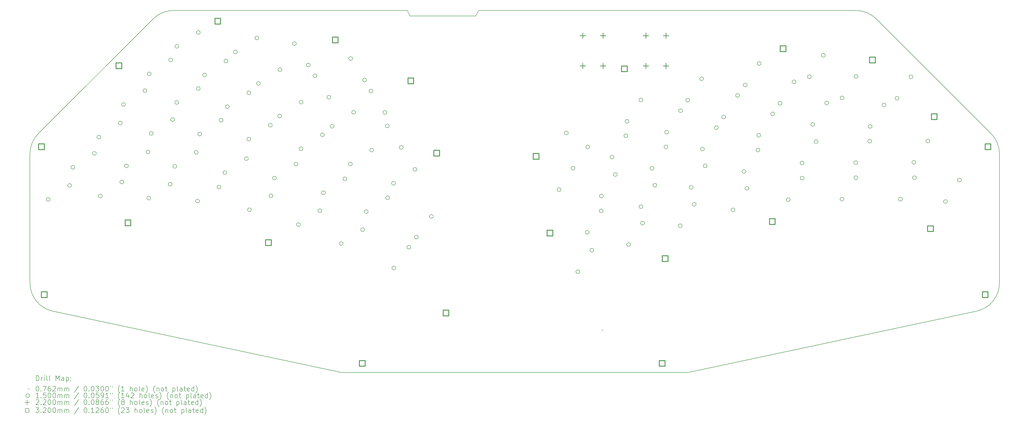
<source format=gbr>
%TF.GenerationSoftware,KiCad,Pcbnew,7.0.10-148-g62bb553460*%
%TF.CreationDate,2024-03-29T08:39:52+01:00*%
%TF.ProjectId,bandoneon,62616e64-6f6e-4656-9f6e-2e6b69636164,rev?*%
%TF.SameCoordinates,Original*%
%TF.FileFunction,Drillmap*%
%TF.FilePolarity,Positive*%
%FSLAX45Y45*%
G04 Gerber Fmt 4.5, Leading zero omitted, Abs format (unit mm)*
G04 Created by KiCad (PCBNEW 7.0.10-148-g62bb553460) date 2024-03-29 08:39:52*
%MOMM*%
%LPD*%
G01*
G04 APERTURE LIST*
%ADD10C,0.200000*%
%ADD11C,0.100000*%
%ADD12C,0.150000*%
%ADD13C,0.220000*%
%ADD14C,0.320000*%
G04 APERTURE END LIST*
D10*
X11804827Y-22300258D02*
X11804827Y-17180357D01*
X36172888Y-11478374D02*
X37127112Y-11478374D01*
X49380272Y-23425127D02*
X37910982Y-25863000D01*
X12141652Y-16367183D02*
G75*
G03*
X11804827Y-17180357I813188J-813177D01*
G01*
X29510000Y-11700000D02*
X26890000Y-11700000D01*
X12141654Y-16367184D02*
X16693637Y-11815201D01*
X24185018Y-25863000D02*
X12715728Y-23425127D01*
D11*
X31000000Y-12400000D02*
X31000000Y-12400000D01*
D10*
X37127112Y-11478374D02*
X44589190Y-11478374D01*
X17506810Y-11478373D02*
G75*
G03*
X16693637Y-11815201I0J-1149997D01*
G01*
X33672888Y-11478374D02*
X34627112Y-11478374D01*
X37910982Y-25863000D02*
X24185018Y-25863000D01*
X29620000Y-11478374D02*
X33672888Y-11478374D01*
X50291173Y-17180357D02*
X50291173Y-22300258D01*
X17506810Y-11478374D02*
X26790000Y-11478374D01*
X45402362Y-11815201D02*
X49954346Y-16367184D01*
X11804830Y-22300258D02*
G75*
G03*
X12715728Y-23425127I1150010J8D01*
G01*
X29510000Y-11700000D02*
X29620000Y-11478374D01*
X50291174Y-17180357D02*
G75*
G03*
X49954346Y-16367184I-1150004J-3D01*
G01*
X45402364Y-11815199D02*
G75*
G03*
X44589190Y-11478374I-813174J-813181D01*
G01*
X49380271Y-23425124D02*
G75*
G03*
X50291173Y-22300258I-239091J1124864D01*
G01*
X34627112Y-11478374D02*
X36172888Y-11478374D01*
X26890000Y-11700000D02*
X26790000Y-11478374D01*
D11*
X34488400Y-24134400D02*
X34564600Y-24210600D01*
X34564600Y-24134400D02*
X34488400Y-24210600D01*
D12*
X12603785Y-18983367D02*
G75*
G03*
X12453785Y-18983367I-75000J0D01*
G01*
X12453785Y-18983367D02*
G75*
G03*
X12603785Y-18983367I75000J0D01*
G01*
X13455875Y-18430013D02*
G75*
G03*
X13305875Y-18430013I-75000J0D01*
G01*
X13305875Y-18430013D02*
G75*
G03*
X13455875Y-18430013I75000J0D01*
G01*
X13585085Y-17709537D02*
G75*
G03*
X13435085Y-17709537I-75000J0D01*
G01*
X13435085Y-17709537D02*
G75*
G03*
X13585085Y-17709537I75000J0D01*
G01*
X14437175Y-17156183D02*
G75*
G03*
X14287175Y-17156183I-75000J0D01*
G01*
X14287175Y-17156183D02*
G75*
G03*
X14437175Y-17156183I75000J0D01*
G01*
X14617475Y-16507927D02*
G75*
G03*
X14467475Y-16507927I-75000J0D01*
G01*
X14467475Y-16507927D02*
G75*
G03*
X14617475Y-16507927I75000J0D01*
G01*
X14672915Y-18848627D02*
G75*
G03*
X14522915Y-18848627I-75000J0D01*
G01*
X14522915Y-18848627D02*
G75*
G03*
X14672915Y-18848627I75000J0D01*
G01*
X15469565Y-15954573D02*
G75*
G03*
X15319565Y-15954573I-75000J0D01*
G01*
X15319565Y-15954573D02*
G75*
G03*
X15469565Y-15954573I75000J0D01*
G01*
X15525005Y-18295273D02*
G75*
G03*
X15375005Y-18295273I-75000J0D01*
G01*
X15375005Y-18295273D02*
G75*
G03*
X15525005Y-18295273I75000J0D01*
G01*
X15593555Y-15218627D02*
G75*
G03*
X15443555Y-15218627I-75000J0D01*
G01*
X15443555Y-15218627D02*
G75*
G03*
X15593555Y-15218627I75000J0D01*
G01*
X15712915Y-17653357D02*
G75*
G03*
X15562915Y-17653357I-75000J0D01*
G01*
X15562915Y-17653357D02*
G75*
G03*
X15712915Y-17653357I75000J0D01*
G01*
X16445645Y-14665273D02*
G75*
G03*
X16295645Y-14665273I-75000J0D01*
G01*
X16295645Y-14665273D02*
G75*
G03*
X16445645Y-14665273I75000J0D01*
G01*
X16565005Y-17100003D02*
G75*
G03*
X16415005Y-17100003I-75000J0D01*
G01*
X16415005Y-17100003D02*
G75*
G03*
X16565005Y-17100003I75000J0D01*
G01*
X16594955Y-18934677D02*
G75*
G03*
X16444955Y-18934677I-75000J0D01*
G01*
X16444955Y-18934677D02*
G75*
G03*
X16594955Y-18934677I75000J0D01*
G01*
X16613955Y-13996677D02*
G75*
G03*
X16463955Y-13996677I-75000J0D01*
G01*
X16463955Y-13996677D02*
G75*
G03*
X16613955Y-13996677I75000J0D01*
G01*
X16692615Y-16365047D02*
G75*
G03*
X16542615Y-16365047I-75000J0D01*
G01*
X16542615Y-16365047D02*
G75*
G03*
X16692615Y-16365047I75000J0D01*
G01*
X17447045Y-18381323D02*
G75*
G03*
X17297045Y-18381323I-75000J0D01*
G01*
X17297045Y-18381323D02*
G75*
G03*
X17447045Y-18381323I75000J0D01*
G01*
X17466045Y-13443323D02*
G75*
G03*
X17316045Y-13443323I-75000J0D01*
G01*
X17316045Y-13443323D02*
G75*
G03*
X17466045Y-13443323I75000J0D01*
G01*
X17544705Y-15811693D02*
G75*
G03*
X17394705Y-15811693I-75000J0D01*
G01*
X17394705Y-15811693D02*
G75*
G03*
X17544705Y-15811693I75000J0D01*
G01*
X17629915Y-17671357D02*
G75*
G03*
X17479915Y-17671357I-75000J0D01*
G01*
X17479915Y-17671357D02*
G75*
G03*
X17629915Y-17671357I75000J0D01*
G01*
X17707555Y-15134687D02*
G75*
G03*
X17557555Y-15134687I-75000J0D01*
G01*
X17557555Y-15134687D02*
G75*
G03*
X17707555Y-15134687I75000J0D01*
G01*
X17712615Y-12905047D02*
G75*
G03*
X17562615Y-12905047I-75000J0D01*
G01*
X17562615Y-12905047D02*
G75*
G03*
X17712615Y-12905047I75000J0D01*
G01*
X18482005Y-17118003D02*
G75*
G03*
X18332005Y-17118003I-75000J0D01*
G01*
X18332005Y-17118003D02*
G75*
G03*
X18482005Y-17118003I75000J0D01*
G01*
X18532615Y-19049047D02*
G75*
G03*
X18382615Y-19049047I-75000J0D01*
G01*
X18382615Y-19049047D02*
G75*
G03*
X18532615Y-19049047I75000J0D01*
G01*
X18559645Y-14581333D02*
G75*
G03*
X18409645Y-14581333I-75000J0D01*
G01*
X18409645Y-14581333D02*
G75*
G03*
X18559645Y-14581333I75000J0D01*
G01*
X18564705Y-12351693D02*
G75*
G03*
X18414705Y-12351693I-75000J0D01*
G01*
X18414705Y-12351693D02*
G75*
G03*
X18564705Y-12351693I75000J0D01*
G01*
X18618615Y-16391047D02*
G75*
G03*
X18468615Y-16391047I-75000J0D01*
G01*
X18468615Y-16391047D02*
G75*
G03*
X18618615Y-16391047I75000J0D01*
G01*
X18811095Y-14039397D02*
G75*
G03*
X18661095Y-14039397I-75000J0D01*
G01*
X18661095Y-14039397D02*
G75*
G03*
X18811095Y-14039397I75000J0D01*
G01*
X19384705Y-18495693D02*
G75*
G03*
X19234705Y-18495693I-75000J0D01*
G01*
X19234705Y-18495693D02*
G75*
G03*
X19384705Y-18495693I75000J0D01*
G01*
X19470705Y-15837693D02*
G75*
G03*
X19320705Y-15837693I-75000J0D01*
G01*
X19320705Y-15837693D02*
G75*
G03*
X19470705Y-15837693I75000J0D01*
G01*
X19618915Y-17918357D02*
G75*
G03*
X19468915Y-17918357I-75000J0D01*
G01*
X19468915Y-17918357D02*
G75*
G03*
X19618915Y-17918357I75000J0D01*
G01*
X19663185Y-13486043D02*
G75*
G03*
X19513185Y-13486043I-75000J0D01*
G01*
X19513185Y-13486043D02*
G75*
G03*
X19663185Y-13486043I75000J0D01*
G01*
X19718885Y-15300047D02*
G75*
G03*
X19568885Y-15300047I-75000J0D01*
G01*
X19568885Y-15300047D02*
G75*
G03*
X19718885Y-15300047I75000J0D01*
G01*
X20036095Y-13124397D02*
G75*
G03*
X19886095Y-13124397I-75000J0D01*
G01*
X19886095Y-13124397D02*
G75*
G03*
X20036095Y-13124397I75000J0D01*
G01*
X20471005Y-17365003D02*
G75*
G03*
X20321005Y-17365003I-75000J0D01*
G01*
X20321005Y-17365003D02*
G75*
G03*
X20471005Y-17365003I75000J0D01*
G01*
X20569995Y-16589997D02*
G75*
G03*
X20419995Y-16589997I-75000J0D01*
G01*
X20419995Y-16589997D02*
G75*
G03*
X20569995Y-16589997I75000J0D01*
G01*
X20570975Y-14746693D02*
G75*
G03*
X20420975Y-14746693I-75000J0D01*
G01*
X20420975Y-14746693D02*
G75*
G03*
X20570975Y-14746693I75000J0D01*
G01*
X20594995Y-19394997D02*
G75*
G03*
X20444995Y-19394997I-75000J0D01*
G01*
X20444995Y-19394997D02*
G75*
G03*
X20594995Y-19394997I75000J0D01*
G01*
X20888185Y-12571043D02*
G75*
G03*
X20738185Y-12571043I-75000J0D01*
G01*
X20738185Y-12571043D02*
G75*
G03*
X20888185Y-12571043I75000J0D01*
G01*
X20950235Y-14380397D02*
G75*
G03*
X20800235Y-14380397I-75000J0D01*
G01*
X20800235Y-14380397D02*
G75*
G03*
X20950235Y-14380397I75000J0D01*
G01*
X21422085Y-16036643D02*
G75*
G03*
X21272085Y-16036643I-75000J0D01*
G01*
X21272085Y-16036643D02*
G75*
G03*
X21422085Y-16036643I75000J0D01*
G01*
X21447085Y-18841643D02*
G75*
G03*
X21297085Y-18841643I-75000J0D01*
G01*
X21297085Y-18841643D02*
G75*
G03*
X21447085Y-18841643I75000J0D01*
G01*
X21585765Y-18138347D02*
G75*
G03*
X21435765Y-18138347I-75000J0D01*
G01*
X21435765Y-18138347D02*
G75*
G03*
X21585765Y-18138347I75000J0D01*
G01*
X21792125Y-15676447D02*
G75*
G03*
X21642125Y-15676447I-75000J0D01*
G01*
X21642125Y-15676447D02*
G75*
G03*
X21792125Y-15676447I75000J0D01*
G01*
X21802325Y-13827043D02*
G75*
G03*
X21652325Y-13827043I-75000J0D01*
G01*
X21652325Y-13827043D02*
G75*
G03*
X21802325Y-13827043I75000J0D01*
G01*
X22376223Y-12795755D02*
G75*
G03*
X22226223Y-12795755I-75000J0D01*
G01*
X22226223Y-12795755D02*
G75*
G03*
X22376223Y-12795755I75000J0D01*
G01*
X22437855Y-17584993D02*
G75*
G03*
X22287855Y-17584993I-75000J0D01*
G01*
X22287855Y-17584993D02*
G75*
G03*
X22437855Y-17584993I75000J0D01*
G01*
X22540915Y-19986357D02*
G75*
G03*
X22390915Y-19986357I-75000J0D01*
G01*
X22390915Y-19986357D02*
G75*
G03*
X22540915Y-19986357I75000J0D01*
G01*
X22637615Y-16972547D02*
G75*
G03*
X22487615Y-16972547I-75000J0D01*
G01*
X22487615Y-16972547D02*
G75*
G03*
X22637615Y-16972547I75000J0D01*
G01*
X22644215Y-15123093D02*
G75*
G03*
X22494215Y-15123093I-75000J0D01*
G01*
X22494215Y-15123093D02*
G75*
G03*
X22644215Y-15123093I75000J0D01*
G01*
X22929577Y-13647845D02*
G75*
G03*
X22779577Y-13647845I-75000J0D01*
G01*
X22779577Y-13647845D02*
G75*
G03*
X22929577Y-13647845I75000J0D01*
G01*
X23194243Y-14072575D02*
G75*
G03*
X23044243Y-14072575I-75000J0D01*
G01*
X23044243Y-14072575D02*
G75*
G03*
X23194243Y-14072575I75000J0D01*
G01*
X23393005Y-19433003D02*
G75*
G03*
X23243005Y-19433003I-75000J0D01*
G01*
X23243005Y-19433003D02*
G75*
G03*
X23393005Y-19433003I75000J0D01*
G01*
X23489705Y-16419193D02*
G75*
G03*
X23339705Y-16419193I-75000J0D01*
G01*
X23339705Y-16419193D02*
G75*
G03*
X23489705Y-16419193I75000J0D01*
G01*
X23530645Y-18718697D02*
G75*
G03*
X23380645Y-18718697I-75000J0D01*
G01*
X23380645Y-18718697D02*
G75*
G03*
X23530645Y-18718697I75000J0D01*
G01*
X23747597Y-14924665D02*
G75*
G03*
X23597597Y-14924665I-75000J0D01*
G01*
X23597597Y-14924665D02*
G75*
G03*
X23747597Y-14924665I75000J0D01*
G01*
X23877615Y-16080047D02*
G75*
G03*
X23727615Y-16080047I-75000J0D01*
G01*
X23727615Y-16080047D02*
G75*
G03*
X23877615Y-16080047I75000J0D01*
G01*
X24234615Y-20739047D02*
G75*
G03*
X24084615Y-20739047I-75000J0D01*
G01*
X24084615Y-20739047D02*
G75*
G03*
X24234615Y-20739047I75000J0D01*
G01*
X24382735Y-18165343D02*
G75*
G03*
X24232735Y-18165343I-75000J0D01*
G01*
X24232735Y-18165343D02*
G75*
G03*
X24382735Y-18165343I75000J0D01*
G01*
X24597495Y-17577497D02*
G75*
G03*
X24447495Y-17577497I-75000J0D01*
G01*
X24447495Y-17577497D02*
G75*
G03*
X24597495Y-17577497I75000J0D01*
G01*
X24611643Y-13387915D02*
G75*
G03*
X24461643Y-13387915I-75000J0D01*
G01*
X24461643Y-13387915D02*
G75*
G03*
X24611643Y-13387915I75000J0D01*
G01*
X24729705Y-15526693D02*
G75*
G03*
X24579705Y-15526693I-75000J0D01*
G01*
X24579705Y-15526693D02*
G75*
G03*
X24729705Y-15526693I75000J0D01*
G01*
X25086705Y-20185693D02*
G75*
G03*
X24936705Y-20185693I-75000J0D01*
G01*
X24936705Y-20185693D02*
G75*
G03*
X25086705Y-20185693I75000J0D01*
G01*
X25164997Y-14240005D02*
G75*
G03*
X25014997Y-14240005I-75000J0D01*
G01*
X25014997Y-14240005D02*
G75*
G03*
X25164997Y-14240005I75000J0D01*
G01*
X25229615Y-19471047D02*
G75*
G03*
X25079615Y-19471047I-75000J0D01*
G01*
X25079615Y-19471047D02*
G75*
G03*
X25229615Y-19471047I75000J0D01*
G01*
X25416643Y-14677915D02*
G75*
G03*
X25266643Y-14677915I-75000J0D01*
G01*
X25266643Y-14677915D02*
G75*
G03*
X25416643Y-14677915I75000J0D01*
G01*
X25449585Y-17024143D02*
G75*
G03*
X25299585Y-17024143I-75000J0D01*
G01*
X25299585Y-17024143D02*
G75*
G03*
X25449585Y-17024143I75000J0D01*
G01*
X25969997Y-15530005D02*
G75*
G03*
X25819997Y-15530005I-75000J0D01*
G01*
X25819997Y-15530005D02*
G75*
G03*
X25969997Y-15530005I75000J0D01*
G01*
X26064043Y-16064705D02*
G75*
G03*
X25914043Y-16064705I-75000J0D01*
G01*
X25914043Y-16064705D02*
G75*
G03*
X26064043Y-16064705I75000J0D01*
G01*
X26081705Y-18917693D02*
G75*
G03*
X25931705Y-18917693I-75000J0D01*
G01*
X25931705Y-18917693D02*
G75*
G03*
X26081705Y-18917693I75000J0D01*
G01*
X26312615Y-18345047D02*
G75*
G03*
X26162615Y-18345047I-75000J0D01*
G01*
X26162615Y-18345047D02*
G75*
G03*
X26312615Y-18345047I75000J0D01*
G01*
X26324545Y-21704881D02*
G75*
G03*
X26174545Y-21704881I-75000J0D01*
G01*
X26174545Y-21704881D02*
G75*
G03*
X26324545Y-21704881I75000J0D01*
G01*
X26617397Y-16916795D02*
G75*
G03*
X26467397Y-16916795I-75000J0D01*
G01*
X26467397Y-16916795D02*
G75*
G03*
X26617397Y-16916795I75000J0D01*
G01*
X26921735Y-20882919D02*
G75*
G03*
X26771735Y-20882919I-75000J0D01*
G01*
X26771735Y-20882919D02*
G75*
G03*
X26921735Y-20882919I75000J0D01*
G01*
X27164705Y-17791693D02*
G75*
G03*
X27014705Y-17791693I-75000J0D01*
G01*
X27014705Y-17791693D02*
G75*
G03*
X27164705Y-17791693I75000J0D01*
G01*
X27219995Y-20482501D02*
G75*
G03*
X27069995Y-20482501I-75000J0D01*
G01*
X27069995Y-20482501D02*
G75*
G03*
X27219995Y-20482501I75000J0D01*
G01*
X27817185Y-19660539D02*
G75*
G03*
X27667185Y-19660539I-75000J0D01*
G01*
X27667185Y-19660539D02*
G75*
G03*
X27817185Y-19660539I75000J0D01*
G01*
X32881643Y-18597085D02*
G75*
G03*
X32731643Y-18597085I-75000J0D01*
G01*
X32731643Y-18597085D02*
G75*
G03*
X32881643Y-18597085I75000J0D01*
G01*
X33172915Y-16344143D02*
G75*
G03*
X33022915Y-16344143I-75000J0D01*
G01*
X33022915Y-16344143D02*
G75*
G03*
X33172915Y-16344143I75000J0D01*
G01*
X33434997Y-17744995D02*
G75*
G03*
X33284997Y-17744995I-75000J0D01*
G01*
X33284997Y-17744995D02*
G75*
G03*
X33434997Y-17744995I75000J0D01*
G01*
X33628853Y-21856495D02*
G75*
G03*
X33478853Y-21856495I-75000J0D01*
G01*
X33478853Y-21856495D02*
G75*
G03*
X33628853Y-21856495I75000J0D01*
G01*
X34002343Y-20291085D02*
G75*
G03*
X33852343Y-20291085I-75000J0D01*
G01*
X33852343Y-20291085D02*
G75*
G03*
X34002343Y-20291085I75000J0D01*
G01*
X34025005Y-16897497D02*
G75*
G03*
X33875005Y-16897497I-75000J0D01*
G01*
X33875005Y-16897497D02*
G75*
G03*
X34025005Y-16897497I75000J0D01*
G01*
X34182207Y-21004405D02*
G75*
G03*
X34032207Y-21004405I-75000J0D01*
G01*
X34032207Y-21004405D02*
G75*
G03*
X34182207Y-21004405I75000J0D01*
G01*
X34555697Y-19438995D02*
G75*
G03*
X34405697Y-19438995I-75000J0D01*
G01*
X34405697Y-19438995D02*
G75*
G03*
X34555697Y-19438995I75000J0D01*
G01*
X34565563Y-18849695D02*
G75*
G03*
X34415563Y-18849695I-75000J0D01*
G01*
X34415563Y-18849695D02*
G75*
G03*
X34565563Y-18849695I75000J0D01*
G01*
X34981373Y-17305445D02*
G75*
G03*
X34831373Y-17305445I-75000J0D01*
G01*
X34831373Y-17305445D02*
G75*
G03*
X34981373Y-17305445I75000J0D01*
G01*
X35118917Y-17997605D02*
G75*
G03*
X34968917Y-17997605I-75000J0D01*
G01*
X34968917Y-17997605D02*
G75*
G03*
X35118917Y-17997605I75000J0D01*
G01*
X35534727Y-16453355D02*
G75*
G03*
X35384727Y-16453355I-75000J0D01*
G01*
X35384727Y-16453355D02*
G75*
G03*
X35534727Y-16453355I75000J0D01*
G01*
X35580603Y-15882905D02*
G75*
G03*
X35430603Y-15882905I-75000J0D01*
G01*
X35430603Y-15882905D02*
G75*
G03*
X35580603Y-15882905I75000J0D01*
G01*
X35643693Y-20776515D02*
G75*
G03*
X35493693Y-20776515I-75000J0D01*
G01*
X35493693Y-20776515D02*
G75*
G03*
X35643693Y-20776515I75000J0D01*
G01*
X36133957Y-15030815D02*
G75*
G03*
X35983957Y-15030815I-75000J0D01*
G01*
X35983957Y-15030815D02*
G75*
G03*
X36133957Y-15030815I75000J0D01*
G01*
X36135773Y-19272465D02*
G75*
G03*
X35985773Y-19272465I-75000J0D01*
G01*
X35985773Y-19272465D02*
G75*
G03*
X36135773Y-19272465I75000J0D01*
G01*
X36197047Y-19924425D02*
G75*
G03*
X36047047Y-19924425I-75000J0D01*
G01*
X36047047Y-19924425D02*
G75*
G03*
X36197047Y-19924425I75000J0D01*
G01*
X36573523Y-17748855D02*
G75*
G03*
X36423523Y-17748855I-75000J0D01*
G01*
X36423523Y-17748855D02*
G75*
G03*
X36573523Y-17748855I75000J0D01*
G01*
X36689127Y-18420375D02*
G75*
G03*
X36539127Y-18420375I-75000J0D01*
G01*
X36539127Y-18420375D02*
G75*
G03*
X36689127Y-18420375I75000J0D01*
G01*
X37126877Y-16896765D02*
G75*
G03*
X36976877Y-16896765I-75000J0D01*
G01*
X36976877Y-16896765D02*
G75*
G03*
X37126877Y-16896765I75000J0D01*
G01*
X37154143Y-16314585D02*
G75*
G03*
X37004143Y-16314585I-75000J0D01*
G01*
X37004143Y-16314585D02*
G75*
G03*
X37154143Y-16314585I75000J0D01*
G01*
X37695313Y-20030365D02*
G75*
G03*
X37545313Y-20030365I-75000J0D01*
G01*
X37545313Y-20030365D02*
G75*
G03*
X37695313Y-20030365I75000J0D01*
G01*
X37707497Y-15462495D02*
G75*
G03*
X37557497Y-15462495I-75000J0D01*
G01*
X37557497Y-15462495D02*
G75*
G03*
X37707497Y-15462495I75000J0D01*
G01*
X37989283Y-15045555D02*
G75*
G03*
X37839283Y-15045555I-75000J0D01*
G01*
X37839283Y-15045555D02*
G75*
G03*
X37989283Y-15045555I75000J0D01*
G01*
X38128603Y-18503905D02*
G75*
G03*
X37978603Y-18503905I-75000J0D01*
G01*
X37978603Y-18503905D02*
G75*
G03*
X38128603Y-18503905I75000J0D01*
G01*
X38248667Y-19178275D02*
G75*
G03*
X38098667Y-19178275I-75000J0D01*
G01*
X38098667Y-19178275D02*
G75*
G03*
X38248667Y-19178275I75000J0D01*
G01*
X38542637Y-14193465D02*
G75*
G03*
X38392637Y-14193465I-75000J0D01*
G01*
X38392637Y-14193465D02*
G75*
G03*
X38542637Y-14193465I75000J0D01*
G01*
X38575553Y-16986075D02*
G75*
G03*
X38425553Y-16986075I-75000J0D01*
G01*
X38425553Y-16986075D02*
G75*
G03*
X38575553Y-16986075I75000J0D01*
G01*
X38681957Y-17651815D02*
G75*
G03*
X38531957Y-17651815I-75000J0D01*
G01*
X38531957Y-17651815D02*
G75*
G03*
X38681957Y-17651815I75000J0D01*
G01*
X39128907Y-16133985D02*
G75*
G03*
X38978907Y-16133985I-75000J0D01*
G01*
X38978907Y-16133985D02*
G75*
G03*
X39128907Y-16133985I75000J0D01*
G01*
X39417503Y-15707505D02*
G75*
G03*
X39267503Y-15707505I-75000J0D01*
G01*
X39267503Y-15707505D02*
G75*
G03*
X39417503Y-15707505I75000J0D01*
G01*
X39787883Y-19398895D02*
G75*
G03*
X39637883Y-19398895I-75000J0D01*
G01*
X39637883Y-19398895D02*
G75*
G03*
X39787883Y-19398895I75000J0D01*
G01*
X39970857Y-14855415D02*
G75*
G03*
X39820857Y-14855415I-75000J0D01*
G01*
X39820857Y-14855415D02*
G75*
G03*
X39970857Y-14855415I75000J0D01*
G01*
X40224433Y-17874525D02*
G75*
G03*
X40074433Y-17874525I-75000J0D01*
G01*
X40074433Y-17874525D02*
G75*
G03*
X40224433Y-17874525I75000J0D01*
G01*
X40272763Y-14437505D02*
G75*
G03*
X40122763Y-14437505I-75000J0D01*
G01*
X40122763Y-14437505D02*
G75*
G03*
X40272763Y-14437505I75000J0D01*
G01*
X40341237Y-18546805D02*
G75*
G03*
X40191237Y-18546805I-75000J0D01*
G01*
X40191237Y-18546805D02*
G75*
G03*
X40341237Y-18546805I75000J0D01*
G01*
X40777787Y-17022435D02*
G75*
G03*
X40627787Y-17022435I-75000J0D01*
G01*
X40627787Y-17022435D02*
G75*
G03*
X40777787Y-17022435I75000J0D01*
G01*
X40810603Y-16438905D02*
G75*
G03*
X40660603Y-16438905I-75000J0D01*
G01*
X40660603Y-16438905D02*
G75*
G03*
X40810603Y-16438905I75000J0D01*
G01*
X40826117Y-13585415D02*
G75*
G03*
X40676117Y-13585415I-75000J0D01*
G01*
X40676117Y-13585415D02*
G75*
G03*
X40826117Y-13585415I75000J0D01*
G01*
X41363957Y-15586815D02*
G75*
G03*
X41213957Y-15586815I-75000J0D01*
G01*
X41213957Y-15586815D02*
G75*
G03*
X41363957Y-15586815I75000J0D01*
G01*
X41656513Y-15165585D02*
G75*
G03*
X41506513Y-15165585I-75000J0D01*
G01*
X41506513Y-15165585D02*
G75*
G03*
X41656513Y-15165585I75000J0D01*
G01*
X41982493Y-18991775D02*
G75*
G03*
X41832493Y-18991775I-75000J0D01*
G01*
X41832493Y-18991775D02*
G75*
G03*
X41982493Y-18991775I75000J0D01*
G01*
X42209867Y-14313495D02*
G75*
G03*
X42059867Y-14313495I-75000J0D01*
G01*
X42059867Y-14313495D02*
G75*
G03*
X42209867Y-14313495I75000J0D01*
G01*
X42531643Y-17539585D02*
G75*
G03*
X42381643Y-17539585I-75000J0D01*
G01*
X42381643Y-17539585D02*
G75*
G03*
X42531643Y-17539585I75000J0D01*
G01*
X42535847Y-18139685D02*
G75*
G03*
X42385847Y-18139685I-75000J0D01*
G01*
X42385847Y-18139685D02*
G75*
G03*
X42535847Y-18139685I75000J0D01*
G01*
X42819603Y-14110905D02*
G75*
G03*
X42669603Y-14110905I-75000J0D01*
G01*
X42669603Y-14110905D02*
G75*
G03*
X42819603Y-14110905I75000J0D01*
G01*
X42954603Y-16005905D02*
G75*
G03*
X42804603Y-16005905I-75000J0D01*
G01*
X42804603Y-16005905D02*
G75*
G03*
X42954603Y-16005905I75000J0D01*
G01*
X43084997Y-16687495D02*
G75*
G03*
X42934997Y-16687495I-75000J0D01*
G01*
X42934997Y-16687495D02*
G75*
G03*
X43084997Y-16687495I75000J0D01*
G01*
X43372957Y-13258815D02*
G75*
G03*
X43222957Y-13258815I-75000J0D01*
G01*
X43222957Y-13258815D02*
G75*
G03*
X43372957Y-13258815I75000J0D01*
G01*
X43507957Y-15153815D02*
G75*
G03*
X43357957Y-15153815I-75000J0D01*
G01*
X43357957Y-15153815D02*
G75*
G03*
X43507957Y-15153815I75000J0D01*
G01*
X44113603Y-18974995D02*
G75*
G03*
X43963603Y-18974995I-75000J0D01*
G01*
X43963603Y-18974995D02*
G75*
G03*
X44113603Y-18974995I75000J0D01*
G01*
X44119373Y-14951445D02*
G75*
G03*
X43969373Y-14951445I-75000J0D01*
G01*
X43969373Y-14951445D02*
G75*
G03*
X44119373Y-14951445I75000J0D01*
G01*
X44660093Y-17522755D02*
G75*
G03*
X44510093Y-17522755I-75000J0D01*
G01*
X44510093Y-17522755D02*
G75*
G03*
X44660093Y-17522755I75000J0D01*
G01*
X44666957Y-18122905D02*
G75*
G03*
X44516957Y-18122905I-75000J0D01*
G01*
X44516957Y-18122905D02*
G75*
G03*
X44666957Y-18122905I75000J0D01*
G01*
X44672727Y-14099355D02*
G75*
G03*
X44522727Y-14099355I-75000J0D01*
G01*
X44522727Y-14099355D02*
G75*
G03*
X44672727Y-14099355I75000J0D01*
G01*
X45213447Y-16670665D02*
G75*
G03*
X45063447Y-16670665I-75000J0D01*
G01*
X45063447Y-16670665D02*
G75*
G03*
X45213447Y-16670665I75000J0D01*
G01*
X45233003Y-16085005D02*
G75*
G03*
X45083003Y-16085005I-75000J0D01*
G01*
X45083003Y-16085005D02*
G75*
G03*
X45233003Y-16085005I75000J0D01*
G01*
X45786357Y-15232915D02*
G75*
G03*
X45636357Y-15232915I-75000J0D01*
G01*
X45636357Y-15232915D02*
G75*
G03*
X45786357Y-15232915I75000J0D01*
G01*
X46300003Y-14966905D02*
G75*
G03*
X46150003Y-14966905I-75000J0D01*
G01*
X46150003Y-14966905D02*
G75*
G03*
X46300003Y-14966905I75000J0D01*
G01*
X46436773Y-18974585D02*
G75*
G03*
X46286773Y-18974585I-75000J0D01*
G01*
X46286773Y-18974585D02*
G75*
G03*
X46436773Y-18974585I75000J0D01*
G01*
X46853357Y-14114815D02*
G75*
G03*
X46703357Y-14114815I-75000J0D01*
G01*
X46703357Y-14114815D02*
G75*
G03*
X46853357Y-14114815I75000J0D01*
G01*
X46968423Y-17512595D02*
G75*
G03*
X46818423Y-17512595I-75000J0D01*
G01*
X46818423Y-17512595D02*
G75*
G03*
X46968423Y-17512595I75000J0D01*
G01*
X46990127Y-18122495D02*
G75*
G03*
X46840127Y-18122495I-75000J0D01*
G01*
X46840127Y-18122495D02*
G75*
G03*
X46990127Y-18122495I75000J0D01*
G01*
X47521777Y-16660505D02*
G75*
G03*
X47371777Y-16660505I-75000J0D01*
G01*
X47371777Y-16660505D02*
G75*
G03*
X47521777Y-16660505I75000J0D01*
G01*
X48224003Y-19069935D02*
G75*
G03*
X48074003Y-19069935I-75000J0D01*
G01*
X48074003Y-19069935D02*
G75*
G03*
X48224003Y-19069935I75000J0D01*
G01*
X48777357Y-18217845D02*
G75*
G03*
X48627357Y-18217845I-75000J0D01*
G01*
X48627357Y-18217845D02*
G75*
G03*
X48777357Y-18217845I75000J0D01*
G01*
D13*
X33750000Y-12368000D02*
X33750000Y-12588000D01*
X33640000Y-12478000D02*
X33860000Y-12478000D01*
X33750000Y-13568000D02*
X33750000Y-13788000D01*
X33640000Y-13678000D02*
X33860000Y-13678000D01*
X34550000Y-12368000D02*
X34550000Y-12588000D01*
X34440000Y-12478000D02*
X34660000Y-12478000D01*
X34550000Y-13568000D02*
X34550000Y-13788000D01*
X34440000Y-13678000D02*
X34660000Y-13678000D01*
X36250000Y-12368000D02*
X36250000Y-12588000D01*
X36140000Y-12478000D02*
X36360000Y-12478000D01*
X36250000Y-13568000D02*
X36250000Y-13788000D01*
X36140000Y-13678000D02*
X36360000Y-13678000D01*
X37050000Y-12368000D02*
X37050000Y-12588000D01*
X36940000Y-12478000D02*
X37160000Y-12478000D01*
X37050000Y-13568000D02*
X37050000Y-13788000D01*
X36940000Y-13678000D02*
X37160000Y-13678000D01*
D14*
X12375038Y-17006438D02*
X12375038Y-16780162D01*
X12148762Y-16780162D01*
X12148762Y-17006438D01*
X12375038Y-17006438D01*
X12485138Y-22885338D02*
X12485138Y-22659062D01*
X12258862Y-22659062D01*
X12258862Y-22885338D01*
X12485138Y-22885338D01*
X15448637Y-13788850D02*
X15448637Y-13562573D01*
X15222360Y-13562573D01*
X15222360Y-13788850D01*
X15448637Y-13788850D01*
X15810338Y-20026738D02*
X15810338Y-19800462D01*
X15584062Y-19800462D01*
X15584062Y-20026738D01*
X15810338Y-20026738D01*
X19373529Y-12022122D02*
X19373529Y-11795846D01*
X19147253Y-11795846D01*
X19147253Y-12022122D01*
X19373529Y-12022122D01*
X21385638Y-20814138D02*
X21385638Y-20587862D01*
X21159362Y-20587862D01*
X21159362Y-20814138D01*
X21385638Y-20814138D01*
X24039938Y-12762338D02*
X24039938Y-12536062D01*
X23813662Y-12536062D01*
X23813662Y-12762338D01*
X24039938Y-12762338D01*
X25113138Y-25613138D02*
X25113138Y-25386862D01*
X24886862Y-25386862D01*
X24886862Y-25613138D01*
X25113138Y-25613138D01*
X27037138Y-14387938D02*
X27037138Y-14161662D01*
X26810862Y-14161662D01*
X26810862Y-14387938D01*
X27037138Y-14387938D01*
X28063138Y-17263138D02*
X28063138Y-17036862D01*
X27836862Y-17036862D01*
X27836862Y-17263138D01*
X28063138Y-17263138D01*
X28434138Y-23608138D02*
X28434138Y-23381862D01*
X28207862Y-23381862D01*
X28207862Y-23608138D01*
X28434138Y-23608138D01*
X32013138Y-17385138D02*
X32013138Y-17158862D01*
X31786862Y-17158862D01*
X31786862Y-17385138D01*
X32013138Y-17385138D01*
X32561638Y-20433138D02*
X32561638Y-20206862D01*
X32335362Y-20206862D01*
X32335362Y-20433138D01*
X32561638Y-20433138D01*
X35513138Y-13913138D02*
X35513138Y-13686862D01*
X35286862Y-13686862D01*
X35286862Y-13913138D01*
X35513138Y-13913138D01*
X37013138Y-25613138D02*
X37013138Y-25386862D01*
X36786862Y-25386862D01*
X36786862Y-25613138D01*
X37013138Y-25613138D01*
X37133638Y-21449138D02*
X37133638Y-21222862D01*
X36907362Y-21222862D01*
X36907362Y-21449138D01*
X37133638Y-21449138D01*
X41388138Y-19975938D02*
X41388138Y-19749662D01*
X41161862Y-19749662D01*
X41161862Y-19975938D01*
X41388138Y-19975938D01*
X41813138Y-13113138D02*
X41813138Y-12886862D01*
X41586862Y-12886862D01*
X41586862Y-13113138D01*
X41813138Y-13113138D01*
X45363138Y-13563138D02*
X45363138Y-13336862D01*
X45136862Y-13336862D01*
X45136862Y-13563138D01*
X45363138Y-13563138D01*
X47663138Y-20263138D02*
X47663138Y-20036862D01*
X47436862Y-20036862D01*
X47436862Y-20263138D01*
X47663138Y-20263138D01*
X47813138Y-15813138D02*
X47813138Y-15586862D01*
X47586862Y-15586862D01*
X47586862Y-15813138D01*
X47813138Y-15813138D01*
X49837138Y-22885338D02*
X49837138Y-22659062D01*
X49610862Y-22659062D01*
X49610862Y-22885338D01*
X49837138Y-22885338D01*
X49947238Y-17006438D02*
X49947238Y-16780162D01*
X49720962Y-16780162D01*
X49720962Y-17006438D01*
X49947238Y-17006438D01*
D10*
X12055603Y-26184484D02*
X12055603Y-25984484D01*
X12055603Y-25984484D02*
X12103222Y-25984484D01*
X12103222Y-25984484D02*
X12131794Y-25994008D01*
X12131794Y-25994008D02*
X12150842Y-26013055D01*
X12150842Y-26013055D02*
X12160365Y-26032103D01*
X12160365Y-26032103D02*
X12169889Y-26070198D01*
X12169889Y-26070198D02*
X12169889Y-26098769D01*
X12169889Y-26098769D02*
X12160365Y-26136865D01*
X12160365Y-26136865D02*
X12150842Y-26155912D01*
X12150842Y-26155912D02*
X12131794Y-26174960D01*
X12131794Y-26174960D02*
X12103222Y-26184484D01*
X12103222Y-26184484D02*
X12055603Y-26184484D01*
X12255603Y-26184484D02*
X12255603Y-26051150D01*
X12255603Y-26089246D02*
X12265127Y-26070198D01*
X12265127Y-26070198D02*
X12274651Y-26060674D01*
X12274651Y-26060674D02*
X12293699Y-26051150D01*
X12293699Y-26051150D02*
X12312746Y-26051150D01*
X12379413Y-26184484D02*
X12379413Y-26051150D01*
X12379413Y-25984484D02*
X12369889Y-25994008D01*
X12369889Y-25994008D02*
X12379413Y-26003531D01*
X12379413Y-26003531D02*
X12388937Y-25994008D01*
X12388937Y-25994008D02*
X12379413Y-25984484D01*
X12379413Y-25984484D02*
X12379413Y-26003531D01*
X12503222Y-26184484D02*
X12484175Y-26174960D01*
X12484175Y-26174960D02*
X12474651Y-26155912D01*
X12474651Y-26155912D02*
X12474651Y-25984484D01*
X12607984Y-26184484D02*
X12588937Y-26174960D01*
X12588937Y-26174960D02*
X12579413Y-26155912D01*
X12579413Y-26155912D02*
X12579413Y-25984484D01*
X12836556Y-26184484D02*
X12836556Y-25984484D01*
X12836556Y-25984484D02*
X12903223Y-26127341D01*
X12903223Y-26127341D02*
X12969889Y-25984484D01*
X12969889Y-25984484D02*
X12969889Y-26184484D01*
X13150842Y-26184484D02*
X13150842Y-26079722D01*
X13150842Y-26079722D02*
X13141318Y-26060674D01*
X13141318Y-26060674D02*
X13122270Y-26051150D01*
X13122270Y-26051150D02*
X13084175Y-26051150D01*
X13084175Y-26051150D02*
X13065127Y-26060674D01*
X13150842Y-26174960D02*
X13131794Y-26184484D01*
X13131794Y-26184484D02*
X13084175Y-26184484D01*
X13084175Y-26184484D02*
X13065127Y-26174960D01*
X13065127Y-26174960D02*
X13055603Y-26155912D01*
X13055603Y-26155912D02*
X13055603Y-26136865D01*
X13055603Y-26136865D02*
X13065127Y-26117817D01*
X13065127Y-26117817D02*
X13084175Y-26108293D01*
X13084175Y-26108293D02*
X13131794Y-26108293D01*
X13131794Y-26108293D02*
X13150842Y-26098769D01*
X13246080Y-26051150D02*
X13246080Y-26251150D01*
X13246080Y-26060674D02*
X13265127Y-26051150D01*
X13265127Y-26051150D02*
X13303223Y-26051150D01*
X13303223Y-26051150D02*
X13322270Y-26060674D01*
X13322270Y-26060674D02*
X13331794Y-26070198D01*
X13331794Y-26070198D02*
X13341318Y-26089246D01*
X13341318Y-26089246D02*
X13341318Y-26146388D01*
X13341318Y-26146388D02*
X13331794Y-26165436D01*
X13331794Y-26165436D02*
X13322270Y-26174960D01*
X13322270Y-26174960D02*
X13303223Y-26184484D01*
X13303223Y-26184484D02*
X13265127Y-26184484D01*
X13265127Y-26184484D02*
X13246080Y-26174960D01*
X13427032Y-26165436D02*
X13436556Y-26174960D01*
X13436556Y-26174960D02*
X13427032Y-26184484D01*
X13427032Y-26184484D02*
X13417508Y-26174960D01*
X13417508Y-26174960D02*
X13427032Y-26165436D01*
X13427032Y-26165436D02*
X13427032Y-26184484D01*
X13427032Y-26060674D02*
X13436556Y-26070198D01*
X13436556Y-26070198D02*
X13427032Y-26079722D01*
X13427032Y-26079722D02*
X13417508Y-26070198D01*
X13417508Y-26070198D02*
X13427032Y-26060674D01*
X13427032Y-26060674D02*
X13427032Y-26079722D01*
D11*
X11718627Y-26474900D02*
X11794827Y-26551100D01*
X11794827Y-26474900D02*
X11718627Y-26551100D01*
D10*
X12093699Y-26404484D02*
X12112746Y-26404484D01*
X12112746Y-26404484D02*
X12131794Y-26414008D01*
X12131794Y-26414008D02*
X12141318Y-26423531D01*
X12141318Y-26423531D02*
X12150842Y-26442579D01*
X12150842Y-26442579D02*
X12160365Y-26480674D01*
X12160365Y-26480674D02*
X12160365Y-26528293D01*
X12160365Y-26528293D02*
X12150842Y-26566388D01*
X12150842Y-26566388D02*
X12141318Y-26585436D01*
X12141318Y-26585436D02*
X12131794Y-26594960D01*
X12131794Y-26594960D02*
X12112746Y-26604484D01*
X12112746Y-26604484D02*
X12093699Y-26604484D01*
X12093699Y-26604484D02*
X12074651Y-26594960D01*
X12074651Y-26594960D02*
X12065127Y-26585436D01*
X12065127Y-26585436D02*
X12055603Y-26566388D01*
X12055603Y-26566388D02*
X12046080Y-26528293D01*
X12046080Y-26528293D02*
X12046080Y-26480674D01*
X12046080Y-26480674D02*
X12055603Y-26442579D01*
X12055603Y-26442579D02*
X12065127Y-26423531D01*
X12065127Y-26423531D02*
X12074651Y-26414008D01*
X12074651Y-26414008D02*
X12093699Y-26404484D01*
X12246080Y-26585436D02*
X12255603Y-26594960D01*
X12255603Y-26594960D02*
X12246080Y-26604484D01*
X12246080Y-26604484D02*
X12236556Y-26594960D01*
X12236556Y-26594960D02*
X12246080Y-26585436D01*
X12246080Y-26585436D02*
X12246080Y-26604484D01*
X12322270Y-26404484D02*
X12455603Y-26404484D01*
X12455603Y-26404484D02*
X12369889Y-26604484D01*
X12617508Y-26404484D02*
X12579413Y-26404484D01*
X12579413Y-26404484D02*
X12560365Y-26414008D01*
X12560365Y-26414008D02*
X12550842Y-26423531D01*
X12550842Y-26423531D02*
X12531794Y-26452103D01*
X12531794Y-26452103D02*
X12522270Y-26490198D01*
X12522270Y-26490198D02*
X12522270Y-26566388D01*
X12522270Y-26566388D02*
X12531794Y-26585436D01*
X12531794Y-26585436D02*
X12541318Y-26594960D01*
X12541318Y-26594960D02*
X12560365Y-26604484D01*
X12560365Y-26604484D02*
X12598461Y-26604484D01*
X12598461Y-26604484D02*
X12617508Y-26594960D01*
X12617508Y-26594960D02*
X12627032Y-26585436D01*
X12627032Y-26585436D02*
X12636556Y-26566388D01*
X12636556Y-26566388D02*
X12636556Y-26518769D01*
X12636556Y-26518769D02*
X12627032Y-26499722D01*
X12627032Y-26499722D02*
X12617508Y-26490198D01*
X12617508Y-26490198D02*
X12598461Y-26480674D01*
X12598461Y-26480674D02*
X12560365Y-26480674D01*
X12560365Y-26480674D02*
X12541318Y-26490198D01*
X12541318Y-26490198D02*
X12531794Y-26499722D01*
X12531794Y-26499722D02*
X12522270Y-26518769D01*
X12712746Y-26423531D02*
X12722270Y-26414008D01*
X12722270Y-26414008D02*
X12741318Y-26404484D01*
X12741318Y-26404484D02*
X12788937Y-26404484D01*
X12788937Y-26404484D02*
X12807984Y-26414008D01*
X12807984Y-26414008D02*
X12817508Y-26423531D01*
X12817508Y-26423531D02*
X12827032Y-26442579D01*
X12827032Y-26442579D02*
X12827032Y-26461627D01*
X12827032Y-26461627D02*
X12817508Y-26490198D01*
X12817508Y-26490198D02*
X12703223Y-26604484D01*
X12703223Y-26604484D02*
X12827032Y-26604484D01*
X12912746Y-26604484D02*
X12912746Y-26471150D01*
X12912746Y-26490198D02*
X12922270Y-26480674D01*
X12922270Y-26480674D02*
X12941318Y-26471150D01*
X12941318Y-26471150D02*
X12969889Y-26471150D01*
X12969889Y-26471150D02*
X12988937Y-26480674D01*
X12988937Y-26480674D02*
X12998461Y-26499722D01*
X12998461Y-26499722D02*
X12998461Y-26604484D01*
X12998461Y-26499722D02*
X13007984Y-26480674D01*
X13007984Y-26480674D02*
X13027032Y-26471150D01*
X13027032Y-26471150D02*
X13055603Y-26471150D01*
X13055603Y-26471150D02*
X13074651Y-26480674D01*
X13074651Y-26480674D02*
X13084175Y-26499722D01*
X13084175Y-26499722D02*
X13084175Y-26604484D01*
X13179413Y-26604484D02*
X13179413Y-26471150D01*
X13179413Y-26490198D02*
X13188937Y-26480674D01*
X13188937Y-26480674D02*
X13207984Y-26471150D01*
X13207984Y-26471150D02*
X13236556Y-26471150D01*
X13236556Y-26471150D02*
X13255604Y-26480674D01*
X13255604Y-26480674D02*
X13265127Y-26499722D01*
X13265127Y-26499722D02*
X13265127Y-26604484D01*
X13265127Y-26499722D02*
X13274651Y-26480674D01*
X13274651Y-26480674D02*
X13293699Y-26471150D01*
X13293699Y-26471150D02*
X13322270Y-26471150D01*
X13322270Y-26471150D02*
X13341318Y-26480674D01*
X13341318Y-26480674D02*
X13350842Y-26499722D01*
X13350842Y-26499722D02*
X13350842Y-26604484D01*
X13741318Y-26394960D02*
X13569889Y-26652103D01*
X13998461Y-26404484D02*
X14017508Y-26404484D01*
X14017508Y-26404484D02*
X14036556Y-26414008D01*
X14036556Y-26414008D02*
X14046080Y-26423531D01*
X14046080Y-26423531D02*
X14055604Y-26442579D01*
X14055604Y-26442579D02*
X14065127Y-26480674D01*
X14065127Y-26480674D02*
X14065127Y-26528293D01*
X14065127Y-26528293D02*
X14055604Y-26566388D01*
X14055604Y-26566388D02*
X14046080Y-26585436D01*
X14046080Y-26585436D02*
X14036556Y-26594960D01*
X14036556Y-26594960D02*
X14017508Y-26604484D01*
X14017508Y-26604484D02*
X13998461Y-26604484D01*
X13998461Y-26604484D02*
X13979413Y-26594960D01*
X13979413Y-26594960D02*
X13969889Y-26585436D01*
X13969889Y-26585436D02*
X13960366Y-26566388D01*
X13960366Y-26566388D02*
X13950842Y-26528293D01*
X13950842Y-26528293D02*
X13950842Y-26480674D01*
X13950842Y-26480674D02*
X13960366Y-26442579D01*
X13960366Y-26442579D02*
X13969889Y-26423531D01*
X13969889Y-26423531D02*
X13979413Y-26414008D01*
X13979413Y-26414008D02*
X13998461Y-26404484D01*
X14150842Y-26585436D02*
X14160366Y-26594960D01*
X14160366Y-26594960D02*
X14150842Y-26604484D01*
X14150842Y-26604484D02*
X14141318Y-26594960D01*
X14141318Y-26594960D02*
X14150842Y-26585436D01*
X14150842Y-26585436D02*
X14150842Y-26604484D01*
X14284175Y-26404484D02*
X14303223Y-26404484D01*
X14303223Y-26404484D02*
X14322270Y-26414008D01*
X14322270Y-26414008D02*
X14331794Y-26423531D01*
X14331794Y-26423531D02*
X14341318Y-26442579D01*
X14341318Y-26442579D02*
X14350842Y-26480674D01*
X14350842Y-26480674D02*
X14350842Y-26528293D01*
X14350842Y-26528293D02*
X14341318Y-26566388D01*
X14341318Y-26566388D02*
X14331794Y-26585436D01*
X14331794Y-26585436D02*
X14322270Y-26594960D01*
X14322270Y-26594960D02*
X14303223Y-26604484D01*
X14303223Y-26604484D02*
X14284175Y-26604484D01*
X14284175Y-26604484D02*
X14265127Y-26594960D01*
X14265127Y-26594960D02*
X14255604Y-26585436D01*
X14255604Y-26585436D02*
X14246080Y-26566388D01*
X14246080Y-26566388D02*
X14236556Y-26528293D01*
X14236556Y-26528293D02*
X14236556Y-26480674D01*
X14236556Y-26480674D02*
X14246080Y-26442579D01*
X14246080Y-26442579D02*
X14255604Y-26423531D01*
X14255604Y-26423531D02*
X14265127Y-26414008D01*
X14265127Y-26414008D02*
X14284175Y-26404484D01*
X14417508Y-26404484D02*
X14541318Y-26404484D01*
X14541318Y-26404484D02*
X14474651Y-26480674D01*
X14474651Y-26480674D02*
X14503223Y-26480674D01*
X14503223Y-26480674D02*
X14522270Y-26490198D01*
X14522270Y-26490198D02*
X14531794Y-26499722D01*
X14531794Y-26499722D02*
X14541318Y-26518769D01*
X14541318Y-26518769D02*
X14541318Y-26566388D01*
X14541318Y-26566388D02*
X14531794Y-26585436D01*
X14531794Y-26585436D02*
X14522270Y-26594960D01*
X14522270Y-26594960D02*
X14503223Y-26604484D01*
X14503223Y-26604484D02*
X14446080Y-26604484D01*
X14446080Y-26604484D02*
X14427032Y-26594960D01*
X14427032Y-26594960D02*
X14417508Y-26585436D01*
X14665127Y-26404484D02*
X14684175Y-26404484D01*
X14684175Y-26404484D02*
X14703223Y-26414008D01*
X14703223Y-26414008D02*
X14712747Y-26423531D01*
X14712747Y-26423531D02*
X14722270Y-26442579D01*
X14722270Y-26442579D02*
X14731794Y-26480674D01*
X14731794Y-26480674D02*
X14731794Y-26528293D01*
X14731794Y-26528293D02*
X14722270Y-26566388D01*
X14722270Y-26566388D02*
X14712747Y-26585436D01*
X14712747Y-26585436D02*
X14703223Y-26594960D01*
X14703223Y-26594960D02*
X14684175Y-26604484D01*
X14684175Y-26604484D02*
X14665127Y-26604484D01*
X14665127Y-26604484D02*
X14646080Y-26594960D01*
X14646080Y-26594960D02*
X14636556Y-26585436D01*
X14636556Y-26585436D02*
X14627032Y-26566388D01*
X14627032Y-26566388D02*
X14617508Y-26528293D01*
X14617508Y-26528293D02*
X14617508Y-26480674D01*
X14617508Y-26480674D02*
X14627032Y-26442579D01*
X14627032Y-26442579D02*
X14636556Y-26423531D01*
X14636556Y-26423531D02*
X14646080Y-26414008D01*
X14646080Y-26414008D02*
X14665127Y-26404484D01*
X14855604Y-26404484D02*
X14874651Y-26404484D01*
X14874651Y-26404484D02*
X14893699Y-26414008D01*
X14893699Y-26414008D02*
X14903223Y-26423531D01*
X14903223Y-26423531D02*
X14912747Y-26442579D01*
X14912747Y-26442579D02*
X14922270Y-26480674D01*
X14922270Y-26480674D02*
X14922270Y-26528293D01*
X14922270Y-26528293D02*
X14912747Y-26566388D01*
X14912747Y-26566388D02*
X14903223Y-26585436D01*
X14903223Y-26585436D02*
X14893699Y-26594960D01*
X14893699Y-26594960D02*
X14874651Y-26604484D01*
X14874651Y-26604484D02*
X14855604Y-26604484D01*
X14855604Y-26604484D02*
X14836556Y-26594960D01*
X14836556Y-26594960D02*
X14827032Y-26585436D01*
X14827032Y-26585436D02*
X14817508Y-26566388D01*
X14817508Y-26566388D02*
X14807985Y-26528293D01*
X14807985Y-26528293D02*
X14807985Y-26480674D01*
X14807985Y-26480674D02*
X14817508Y-26442579D01*
X14817508Y-26442579D02*
X14827032Y-26423531D01*
X14827032Y-26423531D02*
X14836556Y-26414008D01*
X14836556Y-26414008D02*
X14855604Y-26404484D01*
X14998461Y-26404484D02*
X14998461Y-26442579D01*
X15074651Y-26404484D02*
X15074651Y-26442579D01*
X15369890Y-26680674D02*
X15360366Y-26671150D01*
X15360366Y-26671150D02*
X15341318Y-26642579D01*
X15341318Y-26642579D02*
X15331794Y-26623531D01*
X15331794Y-26623531D02*
X15322270Y-26594960D01*
X15322270Y-26594960D02*
X15312747Y-26547341D01*
X15312747Y-26547341D02*
X15312747Y-26509246D01*
X15312747Y-26509246D02*
X15322270Y-26461627D01*
X15322270Y-26461627D02*
X15331794Y-26433055D01*
X15331794Y-26433055D02*
X15341318Y-26414008D01*
X15341318Y-26414008D02*
X15360366Y-26385436D01*
X15360366Y-26385436D02*
X15369890Y-26375912D01*
X15550842Y-26604484D02*
X15436556Y-26604484D01*
X15493699Y-26604484D02*
X15493699Y-26404484D01*
X15493699Y-26404484D02*
X15474651Y-26433055D01*
X15474651Y-26433055D02*
X15455604Y-26452103D01*
X15455604Y-26452103D02*
X15436556Y-26461627D01*
X15788937Y-26604484D02*
X15788937Y-26404484D01*
X15874651Y-26604484D02*
X15874651Y-26499722D01*
X15874651Y-26499722D02*
X15865128Y-26480674D01*
X15865128Y-26480674D02*
X15846080Y-26471150D01*
X15846080Y-26471150D02*
X15817509Y-26471150D01*
X15817509Y-26471150D02*
X15798461Y-26480674D01*
X15798461Y-26480674D02*
X15788937Y-26490198D01*
X15998461Y-26604484D02*
X15979413Y-26594960D01*
X15979413Y-26594960D02*
X15969890Y-26585436D01*
X15969890Y-26585436D02*
X15960366Y-26566388D01*
X15960366Y-26566388D02*
X15960366Y-26509246D01*
X15960366Y-26509246D02*
X15969890Y-26490198D01*
X15969890Y-26490198D02*
X15979413Y-26480674D01*
X15979413Y-26480674D02*
X15998461Y-26471150D01*
X15998461Y-26471150D02*
X16027032Y-26471150D01*
X16027032Y-26471150D02*
X16046080Y-26480674D01*
X16046080Y-26480674D02*
X16055604Y-26490198D01*
X16055604Y-26490198D02*
X16065128Y-26509246D01*
X16065128Y-26509246D02*
X16065128Y-26566388D01*
X16065128Y-26566388D02*
X16055604Y-26585436D01*
X16055604Y-26585436D02*
X16046080Y-26594960D01*
X16046080Y-26594960D02*
X16027032Y-26604484D01*
X16027032Y-26604484D02*
X15998461Y-26604484D01*
X16179413Y-26604484D02*
X16160366Y-26594960D01*
X16160366Y-26594960D02*
X16150842Y-26575912D01*
X16150842Y-26575912D02*
X16150842Y-26404484D01*
X16331794Y-26594960D02*
X16312747Y-26604484D01*
X16312747Y-26604484D02*
X16274651Y-26604484D01*
X16274651Y-26604484D02*
X16255604Y-26594960D01*
X16255604Y-26594960D02*
X16246080Y-26575912D01*
X16246080Y-26575912D02*
X16246080Y-26499722D01*
X16246080Y-26499722D02*
X16255604Y-26480674D01*
X16255604Y-26480674D02*
X16274651Y-26471150D01*
X16274651Y-26471150D02*
X16312747Y-26471150D01*
X16312747Y-26471150D02*
X16331794Y-26480674D01*
X16331794Y-26480674D02*
X16341318Y-26499722D01*
X16341318Y-26499722D02*
X16341318Y-26518769D01*
X16341318Y-26518769D02*
X16246080Y-26537817D01*
X16407985Y-26680674D02*
X16417509Y-26671150D01*
X16417509Y-26671150D02*
X16436556Y-26642579D01*
X16436556Y-26642579D02*
X16446080Y-26623531D01*
X16446080Y-26623531D02*
X16455604Y-26594960D01*
X16455604Y-26594960D02*
X16465128Y-26547341D01*
X16465128Y-26547341D02*
X16465128Y-26509246D01*
X16465128Y-26509246D02*
X16455604Y-26461627D01*
X16455604Y-26461627D02*
X16446080Y-26433055D01*
X16446080Y-26433055D02*
X16436556Y-26414008D01*
X16436556Y-26414008D02*
X16417509Y-26385436D01*
X16417509Y-26385436D02*
X16407985Y-26375912D01*
X16769890Y-26680674D02*
X16760366Y-26671150D01*
X16760366Y-26671150D02*
X16741318Y-26642579D01*
X16741318Y-26642579D02*
X16731794Y-26623531D01*
X16731794Y-26623531D02*
X16722271Y-26594960D01*
X16722271Y-26594960D02*
X16712747Y-26547341D01*
X16712747Y-26547341D02*
X16712747Y-26509246D01*
X16712747Y-26509246D02*
X16722271Y-26461627D01*
X16722271Y-26461627D02*
X16731794Y-26433055D01*
X16731794Y-26433055D02*
X16741318Y-26414008D01*
X16741318Y-26414008D02*
X16760366Y-26385436D01*
X16760366Y-26385436D02*
X16769890Y-26375912D01*
X16846080Y-26471150D02*
X16846080Y-26604484D01*
X16846080Y-26490198D02*
X16855604Y-26480674D01*
X16855604Y-26480674D02*
X16874652Y-26471150D01*
X16874652Y-26471150D02*
X16903223Y-26471150D01*
X16903223Y-26471150D02*
X16922271Y-26480674D01*
X16922271Y-26480674D02*
X16931794Y-26499722D01*
X16931794Y-26499722D02*
X16931794Y-26604484D01*
X17055604Y-26604484D02*
X17036556Y-26594960D01*
X17036556Y-26594960D02*
X17027033Y-26585436D01*
X17027033Y-26585436D02*
X17017509Y-26566388D01*
X17017509Y-26566388D02*
X17017509Y-26509246D01*
X17017509Y-26509246D02*
X17027033Y-26490198D01*
X17027033Y-26490198D02*
X17036556Y-26480674D01*
X17036556Y-26480674D02*
X17055604Y-26471150D01*
X17055604Y-26471150D02*
X17084175Y-26471150D01*
X17084175Y-26471150D02*
X17103223Y-26480674D01*
X17103223Y-26480674D02*
X17112747Y-26490198D01*
X17112747Y-26490198D02*
X17122271Y-26509246D01*
X17122271Y-26509246D02*
X17122271Y-26566388D01*
X17122271Y-26566388D02*
X17112747Y-26585436D01*
X17112747Y-26585436D02*
X17103223Y-26594960D01*
X17103223Y-26594960D02*
X17084175Y-26604484D01*
X17084175Y-26604484D02*
X17055604Y-26604484D01*
X17179414Y-26471150D02*
X17255604Y-26471150D01*
X17207985Y-26404484D02*
X17207985Y-26575912D01*
X17207985Y-26575912D02*
X17217509Y-26594960D01*
X17217509Y-26594960D02*
X17236556Y-26604484D01*
X17236556Y-26604484D02*
X17255604Y-26604484D01*
X17474652Y-26471150D02*
X17474652Y-26671150D01*
X17474652Y-26480674D02*
X17493699Y-26471150D01*
X17493699Y-26471150D02*
X17531795Y-26471150D01*
X17531795Y-26471150D02*
X17550842Y-26480674D01*
X17550842Y-26480674D02*
X17560366Y-26490198D01*
X17560366Y-26490198D02*
X17569890Y-26509246D01*
X17569890Y-26509246D02*
X17569890Y-26566388D01*
X17569890Y-26566388D02*
X17560366Y-26585436D01*
X17560366Y-26585436D02*
X17550842Y-26594960D01*
X17550842Y-26594960D02*
X17531795Y-26604484D01*
X17531795Y-26604484D02*
X17493699Y-26604484D01*
X17493699Y-26604484D02*
X17474652Y-26594960D01*
X17684175Y-26604484D02*
X17665128Y-26594960D01*
X17665128Y-26594960D02*
X17655604Y-26575912D01*
X17655604Y-26575912D02*
X17655604Y-26404484D01*
X17846080Y-26604484D02*
X17846080Y-26499722D01*
X17846080Y-26499722D02*
X17836556Y-26480674D01*
X17836556Y-26480674D02*
X17817509Y-26471150D01*
X17817509Y-26471150D02*
X17779414Y-26471150D01*
X17779414Y-26471150D02*
X17760366Y-26480674D01*
X17846080Y-26594960D02*
X17827033Y-26604484D01*
X17827033Y-26604484D02*
X17779414Y-26604484D01*
X17779414Y-26604484D02*
X17760366Y-26594960D01*
X17760366Y-26594960D02*
X17750842Y-26575912D01*
X17750842Y-26575912D02*
X17750842Y-26556865D01*
X17750842Y-26556865D02*
X17760366Y-26537817D01*
X17760366Y-26537817D02*
X17779414Y-26528293D01*
X17779414Y-26528293D02*
X17827033Y-26528293D01*
X17827033Y-26528293D02*
X17846080Y-26518769D01*
X17912747Y-26471150D02*
X17988937Y-26471150D01*
X17941318Y-26404484D02*
X17941318Y-26575912D01*
X17941318Y-26575912D02*
X17950842Y-26594960D01*
X17950842Y-26594960D02*
X17969890Y-26604484D01*
X17969890Y-26604484D02*
X17988937Y-26604484D01*
X18131795Y-26594960D02*
X18112747Y-26604484D01*
X18112747Y-26604484D02*
X18074652Y-26604484D01*
X18074652Y-26604484D02*
X18055604Y-26594960D01*
X18055604Y-26594960D02*
X18046080Y-26575912D01*
X18046080Y-26575912D02*
X18046080Y-26499722D01*
X18046080Y-26499722D02*
X18055604Y-26480674D01*
X18055604Y-26480674D02*
X18074652Y-26471150D01*
X18074652Y-26471150D02*
X18112747Y-26471150D01*
X18112747Y-26471150D02*
X18131795Y-26480674D01*
X18131795Y-26480674D02*
X18141318Y-26499722D01*
X18141318Y-26499722D02*
X18141318Y-26518769D01*
X18141318Y-26518769D02*
X18046080Y-26537817D01*
X18312747Y-26604484D02*
X18312747Y-26404484D01*
X18312747Y-26594960D02*
X18293699Y-26604484D01*
X18293699Y-26604484D02*
X18255604Y-26604484D01*
X18255604Y-26604484D02*
X18236556Y-26594960D01*
X18236556Y-26594960D02*
X18227033Y-26585436D01*
X18227033Y-26585436D02*
X18217509Y-26566388D01*
X18217509Y-26566388D02*
X18217509Y-26509246D01*
X18217509Y-26509246D02*
X18227033Y-26490198D01*
X18227033Y-26490198D02*
X18236556Y-26480674D01*
X18236556Y-26480674D02*
X18255604Y-26471150D01*
X18255604Y-26471150D02*
X18293699Y-26471150D01*
X18293699Y-26471150D02*
X18312747Y-26480674D01*
X18388937Y-26680674D02*
X18398461Y-26671150D01*
X18398461Y-26671150D02*
X18417509Y-26642579D01*
X18417509Y-26642579D02*
X18427033Y-26623531D01*
X18427033Y-26623531D02*
X18436556Y-26594960D01*
X18436556Y-26594960D02*
X18446080Y-26547341D01*
X18446080Y-26547341D02*
X18446080Y-26509246D01*
X18446080Y-26509246D02*
X18436556Y-26461627D01*
X18436556Y-26461627D02*
X18427033Y-26433055D01*
X18427033Y-26433055D02*
X18417509Y-26414008D01*
X18417509Y-26414008D02*
X18398461Y-26385436D01*
X18398461Y-26385436D02*
X18388937Y-26375912D01*
D12*
X11794827Y-26777000D02*
G75*
G03*
X11644827Y-26777000I-75000J0D01*
G01*
X11644827Y-26777000D02*
G75*
G03*
X11794827Y-26777000I75000J0D01*
G01*
D10*
X12160365Y-26868484D02*
X12046080Y-26868484D01*
X12103222Y-26868484D02*
X12103222Y-26668484D01*
X12103222Y-26668484D02*
X12084175Y-26697055D01*
X12084175Y-26697055D02*
X12065127Y-26716103D01*
X12065127Y-26716103D02*
X12046080Y-26725627D01*
X12246080Y-26849436D02*
X12255603Y-26858960D01*
X12255603Y-26858960D02*
X12246080Y-26868484D01*
X12246080Y-26868484D02*
X12236556Y-26858960D01*
X12236556Y-26858960D02*
X12246080Y-26849436D01*
X12246080Y-26849436D02*
X12246080Y-26868484D01*
X12436556Y-26668484D02*
X12341318Y-26668484D01*
X12341318Y-26668484D02*
X12331794Y-26763722D01*
X12331794Y-26763722D02*
X12341318Y-26754198D01*
X12341318Y-26754198D02*
X12360365Y-26744674D01*
X12360365Y-26744674D02*
X12407984Y-26744674D01*
X12407984Y-26744674D02*
X12427032Y-26754198D01*
X12427032Y-26754198D02*
X12436556Y-26763722D01*
X12436556Y-26763722D02*
X12446080Y-26782769D01*
X12446080Y-26782769D02*
X12446080Y-26830388D01*
X12446080Y-26830388D02*
X12436556Y-26849436D01*
X12436556Y-26849436D02*
X12427032Y-26858960D01*
X12427032Y-26858960D02*
X12407984Y-26868484D01*
X12407984Y-26868484D02*
X12360365Y-26868484D01*
X12360365Y-26868484D02*
X12341318Y-26858960D01*
X12341318Y-26858960D02*
X12331794Y-26849436D01*
X12569889Y-26668484D02*
X12588937Y-26668484D01*
X12588937Y-26668484D02*
X12607984Y-26678008D01*
X12607984Y-26678008D02*
X12617508Y-26687531D01*
X12617508Y-26687531D02*
X12627032Y-26706579D01*
X12627032Y-26706579D02*
X12636556Y-26744674D01*
X12636556Y-26744674D02*
X12636556Y-26792293D01*
X12636556Y-26792293D02*
X12627032Y-26830388D01*
X12627032Y-26830388D02*
X12617508Y-26849436D01*
X12617508Y-26849436D02*
X12607984Y-26858960D01*
X12607984Y-26858960D02*
X12588937Y-26868484D01*
X12588937Y-26868484D02*
X12569889Y-26868484D01*
X12569889Y-26868484D02*
X12550842Y-26858960D01*
X12550842Y-26858960D02*
X12541318Y-26849436D01*
X12541318Y-26849436D02*
X12531794Y-26830388D01*
X12531794Y-26830388D02*
X12522270Y-26792293D01*
X12522270Y-26792293D02*
X12522270Y-26744674D01*
X12522270Y-26744674D02*
X12531794Y-26706579D01*
X12531794Y-26706579D02*
X12541318Y-26687531D01*
X12541318Y-26687531D02*
X12550842Y-26678008D01*
X12550842Y-26678008D02*
X12569889Y-26668484D01*
X12760365Y-26668484D02*
X12779413Y-26668484D01*
X12779413Y-26668484D02*
X12798461Y-26678008D01*
X12798461Y-26678008D02*
X12807984Y-26687531D01*
X12807984Y-26687531D02*
X12817508Y-26706579D01*
X12817508Y-26706579D02*
X12827032Y-26744674D01*
X12827032Y-26744674D02*
X12827032Y-26792293D01*
X12827032Y-26792293D02*
X12817508Y-26830388D01*
X12817508Y-26830388D02*
X12807984Y-26849436D01*
X12807984Y-26849436D02*
X12798461Y-26858960D01*
X12798461Y-26858960D02*
X12779413Y-26868484D01*
X12779413Y-26868484D02*
X12760365Y-26868484D01*
X12760365Y-26868484D02*
X12741318Y-26858960D01*
X12741318Y-26858960D02*
X12731794Y-26849436D01*
X12731794Y-26849436D02*
X12722270Y-26830388D01*
X12722270Y-26830388D02*
X12712746Y-26792293D01*
X12712746Y-26792293D02*
X12712746Y-26744674D01*
X12712746Y-26744674D02*
X12722270Y-26706579D01*
X12722270Y-26706579D02*
X12731794Y-26687531D01*
X12731794Y-26687531D02*
X12741318Y-26678008D01*
X12741318Y-26678008D02*
X12760365Y-26668484D01*
X12912746Y-26868484D02*
X12912746Y-26735150D01*
X12912746Y-26754198D02*
X12922270Y-26744674D01*
X12922270Y-26744674D02*
X12941318Y-26735150D01*
X12941318Y-26735150D02*
X12969889Y-26735150D01*
X12969889Y-26735150D02*
X12988937Y-26744674D01*
X12988937Y-26744674D02*
X12998461Y-26763722D01*
X12998461Y-26763722D02*
X12998461Y-26868484D01*
X12998461Y-26763722D02*
X13007984Y-26744674D01*
X13007984Y-26744674D02*
X13027032Y-26735150D01*
X13027032Y-26735150D02*
X13055603Y-26735150D01*
X13055603Y-26735150D02*
X13074651Y-26744674D01*
X13074651Y-26744674D02*
X13084175Y-26763722D01*
X13084175Y-26763722D02*
X13084175Y-26868484D01*
X13179413Y-26868484D02*
X13179413Y-26735150D01*
X13179413Y-26754198D02*
X13188937Y-26744674D01*
X13188937Y-26744674D02*
X13207984Y-26735150D01*
X13207984Y-26735150D02*
X13236556Y-26735150D01*
X13236556Y-26735150D02*
X13255604Y-26744674D01*
X13255604Y-26744674D02*
X13265127Y-26763722D01*
X13265127Y-26763722D02*
X13265127Y-26868484D01*
X13265127Y-26763722D02*
X13274651Y-26744674D01*
X13274651Y-26744674D02*
X13293699Y-26735150D01*
X13293699Y-26735150D02*
X13322270Y-26735150D01*
X13322270Y-26735150D02*
X13341318Y-26744674D01*
X13341318Y-26744674D02*
X13350842Y-26763722D01*
X13350842Y-26763722D02*
X13350842Y-26868484D01*
X13741318Y-26658960D02*
X13569889Y-26916103D01*
X13998461Y-26668484D02*
X14017508Y-26668484D01*
X14017508Y-26668484D02*
X14036556Y-26678008D01*
X14036556Y-26678008D02*
X14046080Y-26687531D01*
X14046080Y-26687531D02*
X14055604Y-26706579D01*
X14055604Y-26706579D02*
X14065127Y-26744674D01*
X14065127Y-26744674D02*
X14065127Y-26792293D01*
X14065127Y-26792293D02*
X14055604Y-26830388D01*
X14055604Y-26830388D02*
X14046080Y-26849436D01*
X14046080Y-26849436D02*
X14036556Y-26858960D01*
X14036556Y-26858960D02*
X14017508Y-26868484D01*
X14017508Y-26868484D02*
X13998461Y-26868484D01*
X13998461Y-26868484D02*
X13979413Y-26858960D01*
X13979413Y-26858960D02*
X13969889Y-26849436D01*
X13969889Y-26849436D02*
X13960366Y-26830388D01*
X13960366Y-26830388D02*
X13950842Y-26792293D01*
X13950842Y-26792293D02*
X13950842Y-26744674D01*
X13950842Y-26744674D02*
X13960366Y-26706579D01*
X13960366Y-26706579D02*
X13969889Y-26687531D01*
X13969889Y-26687531D02*
X13979413Y-26678008D01*
X13979413Y-26678008D02*
X13998461Y-26668484D01*
X14150842Y-26849436D02*
X14160366Y-26858960D01*
X14160366Y-26858960D02*
X14150842Y-26868484D01*
X14150842Y-26868484D02*
X14141318Y-26858960D01*
X14141318Y-26858960D02*
X14150842Y-26849436D01*
X14150842Y-26849436D02*
X14150842Y-26868484D01*
X14284175Y-26668484D02*
X14303223Y-26668484D01*
X14303223Y-26668484D02*
X14322270Y-26678008D01*
X14322270Y-26678008D02*
X14331794Y-26687531D01*
X14331794Y-26687531D02*
X14341318Y-26706579D01*
X14341318Y-26706579D02*
X14350842Y-26744674D01*
X14350842Y-26744674D02*
X14350842Y-26792293D01*
X14350842Y-26792293D02*
X14341318Y-26830388D01*
X14341318Y-26830388D02*
X14331794Y-26849436D01*
X14331794Y-26849436D02*
X14322270Y-26858960D01*
X14322270Y-26858960D02*
X14303223Y-26868484D01*
X14303223Y-26868484D02*
X14284175Y-26868484D01*
X14284175Y-26868484D02*
X14265127Y-26858960D01*
X14265127Y-26858960D02*
X14255604Y-26849436D01*
X14255604Y-26849436D02*
X14246080Y-26830388D01*
X14246080Y-26830388D02*
X14236556Y-26792293D01*
X14236556Y-26792293D02*
X14236556Y-26744674D01*
X14236556Y-26744674D02*
X14246080Y-26706579D01*
X14246080Y-26706579D02*
X14255604Y-26687531D01*
X14255604Y-26687531D02*
X14265127Y-26678008D01*
X14265127Y-26678008D02*
X14284175Y-26668484D01*
X14531794Y-26668484D02*
X14436556Y-26668484D01*
X14436556Y-26668484D02*
X14427032Y-26763722D01*
X14427032Y-26763722D02*
X14436556Y-26754198D01*
X14436556Y-26754198D02*
X14455604Y-26744674D01*
X14455604Y-26744674D02*
X14503223Y-26744674D01*
X14503223Y-26744674D02*
X14522270Y-26754198D01*
X14522270Y-26754198D02*
X14531794Y-26763722D01*
X14531794Y-26763722D02*
X14541318Y-26782769D01*
X14541318Y-26782769D02*
X14541318Y-26830388D01*
X14541318Y-26830388D02*
X14531794Y-26849436D01*
X14531794Y-26849436D02*
X14522270Y-26858960D01*
X14522270Y-26858960D02*
X14503223Y-26868484D01*
X14503223Y-26868484D02*
X14455604Y-26868484D01*
X14455604Y-26868484D02*
X14436556Y-26858960D01*
X14436556Y-26858960D02*
X14427032Y-26849436D01*
X14636556Y-26868484D02*
X14674651Y-26868484D01*
X14674651Y-26868484D02*
X14693699Y-26858960D01*
X14693699Y-26858960D02*
X14703223Y-26849436D01*
X14703223Y-26849436D02*
X14722270Y-26820865D01*
X14722270Y-26820865D02*
X14731794Y-26782769D01*
X14731794Y-26782769D02*
X14731794Y-26706579D01*
X14731794Y-26706579D02*
X14722270Y-26687531D01*
X14722270Y-26687531D02*
X14712747Y-26678008D01*
X14712747Y-26678008D02*
X14693699Y-26668484D01*
X14693699Y-26668484D02*
X14655604Y-26668484D01*
X14655604Y-26668484D02*
X14636556Y-26678008D01*
X14636556Y-26678008D02*
X14627032Y-26687531D01*
X14627032Y-26687531D02*
X14617508Y-26706579D01*
X14617508Y-26706579D02*
X14617508Y-26754198D01*
X14617508Y-26754198D02*
X14627032Y-26773246D01*
X14627032Y-26773246D02*
X14636556Y-26782769D01*
X14636556Y-26782769D02*
X14655604Y-26792293D01*
X14655604Y-26792293D02*
X14693699Y-26792293D01*
X14693699Y-26792293D02*
X14712747Y-26782769D01*
X14712747Y-26782769D02*
X14722270Y-26773246D01*
X14722270Y-26773246D02*
X14731794Y-26754198D01*
X14922270Y-26868484D02*
X14807985Y-26868484D01*
X14865127Y-26868484D02*
X14865127Y-26668484D01*
X14865127Y-26668484D02*
X14846080Y-26697055D01*
X14846080Y-26697055D02*
X14827032Y-26716103D01*
X14827032Y-26716103D02*
X14807985Y-26725627D01*
X14998461Y-26668484D02*
X14998461Y-26706579D01*
X15074651Y-26668484D02*
X15074651Y-26706579D01*
X15369890Y-26944674D02*
X15360366Y-26935150D01*
X15360366Y-26935150D02*
X15341318Y-26906579D01*
X15341318Y-26906579D02*
X15331794Y-26887531D01*
X15331794Y-26887531D02*
X15322270Y-26858960D01*
X15322270Y-26858960D02*
X15312747Y-26811341D01*
X15312747Y-26811341D02*
X15312747Y-26773246D01*
X15312747Y-26773246D02*
X15322270Y-26725627D01*
X15322270Y-26725627D02*
X15331794Y-26697055D01*
X15331794Y-26697055D02*
X15341318Y-26678008D01*
X15341318Y-26678008D02*
X15360366Y-26649436D01*
X15360366Y-26649436D02*
X15369890Y-26639912D01*
X15550842Y-26868484D02*
X15436556Y-26868484D01*
X15493699Y-26868484D02*
X15493699Y-26668484D01*
X15493699Y-26668484D02*
X15474651Y-26697055D01*
X15474651Y-26697055D02*
X15455604Y-26716103D01*
X15455604Y-26716103D02*
X15436556Y-26725627D01*
X15722270Y-26735150D02*
X15722270Y-26868484D01*
X15674651Y-26658960D02*
X15627032Y-26801817D01*
X15627032Y-26801817D02*
X15750842Y-26801817D01*
X15817509Y-26687531D02*
X15827032Y-26678008D01*
X15827032Y-26678008D02*
X15846080Y-26668484D01*
X15846080Y-26668484D02*
X15893699Y-26668484D01*
X15893699Y-26668484D02*
X15912747Y-26678008D01*
X15912747Y-26678008D02*
X15922270Y-26687531D01*
X15922270Y-26687531D02*
X15931794Y-26706579D01*
X15931794Y-26706579D02*
X15931794Y-26725627D01*
X15931794Y-26725627D02*
X15922270Y-26754198D01*
X15922270Y-26754198D02*
X15807985Y-26868484D01*
X15807985Y-26868484D02*
X15931794Y-26868484D01*
X16169890Y-26868484D02*
X16169890Y-26668484D01*
X16255604Y-26868484D02*
X16255604Y-26763722D01*
X16255604Y-26763722D02*
X16246080Y-26744674D01*
X16246080Y-26744674D02*
X16227032Y-26735150D01*
X16227032Y-26735150D02*
X16198461Y-26735150D01*
X16198461Y-26735150D02*
X16179413Y-26744674D01*
X16179413Y-26744674D02*
X16169890Y-26754198D01*
X16379413Y-26868484D02*
X16360366Y-26858960D01*
X16360366Y-26858960D02*
X16350842Y-26849436D01*
X16350842Y-26849436D02*
X16341318Y-26830388D01*
X16341318Y-26830388D02*
X16341318Y-26773246D01*
X16341318Y-26773246D02*
X16350842Y-26754198D01*
X16350842Y-26754198D02*
X16360366Y-26744674D01*
X16360366Y-26744674D02*
X16379413Y-26735150D01*
X16379413Y-26735150D02*
X16407985Y-26735150D01*
X16407985Y-26735150D02*
X16427032Y-26744674D01*
X16427032Y-26744674D02*
X16436556Y-26754198D01*
X16436556Y-26754198D02*
X16446080Y-26773246D01*
X16446080Y-26773246D02*
X16446080Y-26830388D01*
X16446080Y-26830388D02*
X16436556Y-26849436D01*
X16436556Y-26849436D02*
X16427032Y-26858960D01*
X16427032Y-26858960D02*
X16407985Y-26868484D01*
X16407985Y-26868484D02*
X16379413Y-26868484D01*
X16560366Y-26868484D02*
X16541318Y-26858960D01*
X16541318Y-26858960D02*
X16531794Y-26839912D01*
X16531794Y-26839912D02*
X16531794Y-26668484D01*
X16712747Y-26858960D02*
X16693699Y-26868484D01*
X16693699Y-26868484D02*
X16655604Y-26868484D01*
X16655604Y-26868484D02*
X16636556Y-26858960D01*
X16636556Y-26858960D02*
X16627032Y-26839912D01*
X16627032Y-26839912D02*
X16627032Y-26763722D01*
X16627032Y-26763722D02*
X16636556Y-26744674D01*
X16636556Y-26744674D02*
X16655604Y-26735150D01*
X16655604Y-26735150D02*
X16693699Y-26735150D01*
X16693699Y-26735150D02*
X16712747Y-26744674D01*
X16712747Y-26744674D02*
X16722271Y-26763722D01*
X16722271Y-26763722D02*
X16722271Y-26782769D01*
X16722271Y-26782769D02*
X16627032Y-26801817D01*
X16798461Y-26858960D02*
X16817509Y-26868484D01*
X16817509Y-26868484D02*
X16855604Y-26868484D01*
X16855604Y-26868484D02*
X16874652Y-26858960D01*
X16874652Y-26858960D02*
X16884175Y-26839912D01*
X16884175Y-26839912D02*
X16884175Y-26830388D01*
X16884175Y-26830388D02*
X16874652Y-26811341D01*
X16874652Y-26811341D02*
X16855604Y-26801817D01*
X16855604Y-26801817D02*
X16827033Y-26801817D01*
X16827033Y-26801817D02*
X16807985Y-26792293D01*
X16807985Y-26792293D02*
X16798461Y-26773246D01*
X16798461Y-26773246D02*
X16798461Y-26763722D01*
X16798461Y-26763722D02*
X16807985Y-26744674D01*
X16807985Y-26744674D02*
X16827033Y-26735150D01*
X16827033Y-26735150D02*
X16855604Y-26735150D01*
X16855604Y-26735150D02*
X16874652Y-26744674D01*
X16950842Y-26944674D02*
X16960366Y-26935150D01*
X16960366Y-26935150D02*
X16979414Y-26906579D01*
X16979414Y-26906579D02*
X16988937Y-26887531D01*
X16988937Y-26887531D02*
X16998461Y-26858960D01*
X16998461Y-26858960D02*
X17007985Y-26811341D01*
X17007985Y-26811341D02*
X17007985Y-26773246D01*
X17007985Y-26773246D02*
X16998461Y-26725627D01*
X16998461Y-26725627D02*
X16988937Y-26697055D01*
X16988937Y-26697055D02*
X16979414Y-26678008D01*
X16979414Y-26678008D02*
X16960366Y-26649436D01*
X16960366Y-26649436D02*
X16950842Y-26639912D01*
X17312747Y-26944674D02*
X17303223Y-26935150D01*
X17303223Y-26935150D02*
X17284175Y-26906579D01*
X17284175Y-26906579D02*
X17274652Y-26887531D01*
X17274652Y-26887531D02*
X17265128Y-26858960D01*
X17265128Y-26858960D02*
X17255604Y-26811341D01*
X17255604Y-26811341D02*
X17255604Y-26773246D01*
X17255604Y-26773246D02*
X17265128Y-26725627D01*
X17265128Y-26725627D02*
X17274652Y-26697055D01*
X17274652Y-26697055D02*
X17284175Y-26678008D01*
X17284175Y-26678008D02*
X17303223Y-26649436D01*
X17303223Y-26649436D02*
X17312747Y-26639912D01*
X17388937Y-26735150D02*
X17388937Y-26868484D01*
X17388937Y-26754198D02*
X17398461Y-26744674D01*
X17398461Y-26744674D02*
X17417509Y-26735150D01*
X17417509Y-26735150D02*
X17446080Y-26735150D01*
X17446080Y-26735150D02*
X17465128Y-26744674D01*
X17465128Y-26744674D02*
X17474652Y-26763722D01*
X17474652Y-26763722D02*
X17474652Y-26868484D01*
X17598461Y-26868484D02*
X17579414Y-26858960D01*
X17579414Y-26858960D02*
X17569890Y-26849436D01*
X17569890Y-26849436D02*
X17560366Y-26830388D01*
X17560366Y-26830388D02*
X17560366Y-26773246D01*
X17560366Y-26773246D02*
X17569890Y-26754198D01*
X17569890Y-26754198D02*
X17579414Y-26744674D01*
X17579414Y-26744674D02*
X17598461Y-26735150D01*
X17598461Y-26735150D02*
X17627033Y-26735150D01*
X17627033Y-26735150D02*
X17646080Y-26744674D01*
X17646080Y-26744674D02*
X17655604Y-26754198D01*
X17655604Y-26754198D02*
X17665128Y-26773246D01*
X17665128Y-26773246D02*
X17665128Y-26830388D01*
X17665128Y-26830388D02*
X17655604Y-26849436D01*
X17655604Y-26849436D02*
X17646080Y-26858960D01*
X17646080Y-26858960D02*
X17627033Y-26868484D01*
X17627033Y-26868484D02*
X17598461Y-26868484D01*
X17722271Y-26735150D02*
X17798461Y-26735150D01*
X17750842Y-26668484D02*
X17750842Y-26839912D01*
X17750842Y-26839912D02*
X17760366Y-26858960D01*
X17760366Y-26858960D02*
X17779414Y-26868484D01*
X17779414Y-26868484D02*
X17798461Y-26868484D01*
X18017509Y-26735150D02*
X18017509Y-26935150D01*
X18017509Y-26744674D02*
X18036556Y-26735150D01*
X18036556Y-26735150D02*
X18074652Y-26735150D01*
X18074652Y-26735150D02*
X18093699Y-26744674D01*
X18093699Y-26744674D02*
X18103223Y-26754198D01*
X18103223Y-26754198D02*
X18112747Y-26773246D01*
X18112747Y-26773246D02*
X18112747Y-26830388D01*
X18112747Y-26830388D02*
X18103223Y-26849436D01*
X18103223Y-26849436D02*
X18093699Y-26858960D01*
X18093699Y-26858960D02*
X18074652Y-26868484D01*
X18074652Y-26868484D02*
X18036556Y-26868484D01*
X18036556Y-26868484D02*
X18017509Y-26858960D01*
X18227033Y-26868484D02*
X18207985Y-26858960D01*
X18207985Y-26858960D02*
X18198461Y-26839912D01*
X18198461Y-26839912D02*
X18198461Y-26668484D01*
X18388937Y-26868484D02*
X18388937Y-26763722D01*
X18388937Y-26763722D02*
X18379414Y-26744674D01*
X18379414Y-26744674D02*
X18360366Y-26735150D01*
X18360366Y-26735150D02*
X18322271Y-26735150D01*
X18322271Y-26735150D02*
X18303223Y-26744674D01*
X18388937Y-26858960D02*
X18369890Y-26868484D01*
X18369890Y-26868484D02*
X18322271Y-26868484D01*
X18322271Y-26868484D02*
X18303223Y-26858960D01*
X18303223Y-26858960D02*
X18293699Y-26839912D01*
X18293699Y-26839912D02*
X18293699Y-26820865D01*
X18293699Y-26820865D02*
X18303223Y-26801817D01*
X18303223Y-26801817D02*
X18322271Y-26792293D01*
X18322271Y-26792293D02*
X18369890Y-26792293D01*
X18369890Y-26792293D02*
X18388937Y-26782769D01*
X18455604Y-26735150D02*
X18531795Y-26735150D01*
X18484176Y-26668484D02*
X18484176Y-26839912D01*
X18484176Y-26839912D02*
X18493699Y-26858960D01*
X18493699Y-26858960D02*
X18512747Y-26868484D01*
X18512747Y-26868484D02*
X18531795Y-26868484D01*
X18674652Y-26858960D02*
X18655604Y-26868484D01*
X18655604Y-26868484D02*
X18617509Y-26868484D01*
X18617509Y-26868484D02*
X18598461Y-26858960D01*
X18598461Y-26858960D02*
X18588937Y-26839912D01*
X18588937Y-26839912D02*
X18588937Y-26763722D01*
X18588937Y-26763722D02*
X18598461Y-26744674D01*
X18598461Y-26744674D02*
X18617509Y-26735150D01*
X18617509Y-26735150D02*
X18655604Y-26735150D01*
X18655604Y-26735150D02*
X18674652Y-26744674D01*
X18674652Y-26744674D02*
X18684176Y-26763722D01*
X18684176Y-26763722D02*
X18684176Y-26782769D01*
X18684176Y-26782769D02*
X18588937Y-26801817D01*
X18855604Y-26868484D02*
X18855604Y-26668484D01*
X18855604Y-26858960D02*
X18836557Y-26868484D01*
X18836557Y-26868484D02*
X18798461Y-26868484D01*
X18798461Y-26868484D02*
X18779414Y-26858960D01*
X18779414Y-26858960D02*
X18769890Y-26849436D01*
X18769890Y-26849436D02*
X18760366Y-26830388D01*
X18760366Y-26830388D02*
X18760366Y-26773246D01*
X18760366Y-26773246D02*
X18769890Y-26754198D01*
X18769890Y-26754198D02*
X18779414Y-26744674D01*
X18779414Y-26744674D02*
X18798461Y-26735150D01*
X18798461Y-26735150D02*
X18836557Y-26735150D01*
X18836557Y-26735150D02*
X18855604Y-26744674D01*
X18931795Y-26944674D02*
X18941318Y-26935150D01*
X18941318Y-26935150D02*
X18960366Y-26906579D01*
X18960366Y-26906579D02*
X18969890Y-26887531D01*
X18969890Y-26887531D02*
X18979414Y-26858960D01*
X18979414Y-26858960D02*
X18988937Y-26811341D01*
X18988937Y-26811341D02*
X18988937Y-26773246D01*
X18988937Y-26773246D02*
X18979414Y-26725627D01*
X18979414Y-26725627D02*
X18969890Y-26697055D01*
X18969890Y-26697055D02*
X18960366Y-26678008D01*
X18960366Y-26678008D02*
X18941318Y-26649436D01*
X18941318Y-26649436D02*
X18931795Y-26639912D01*
X11694827Y-26947000D02*
X11694827Y-27147000D01*
X11594827Y-27047000D02*
X11794827Y-27047000D01*
X12046080Y-26957531D02*
X12055603Y-26948008D01*
X12055603Y-26948008D02*
X12074651Y-26938484D01*
X12074651Y-26938484D02*
X12122270Y-26938484D01*
X12122270Y-26938484D02*
X12141318Y-26948008D01*
X12141318Y-26948008D02*
X12150842Y-26957531D01*
X12150842Y-26957531D02*
X12160365Y-26976579D01*
X12160365Y-26976579D02*
X12160365Y-26995627D01*
X12160365Y-26995627D02*
X12150842Y-27024198D01*
X12150842Y-27024198D02*
X12036556Y-27138484D01*
X12036556Y-27138484D02*
X12160365Y-27138484D01*
X12246080Y-27119436D02*
X12255603Y-27128960D01*
X12255603Y-27128960D02*
X12246080Y-27138484D01*
X12246080Y-27138484D02*
X12236556Y-27128960D01*
X12236556Y-27128960D02*
X12246080Y-27119436D01*
X12246080Y-27119436D02*
X12246080Y-27138484D01*
X12331794Y-26957531D02*
X12341318Y-26948008D01*
X12341318Y-26948008D02*
X12360365Y-26938484D01*
X12360365Y-26938484D02*
X12407984Y-26938484D01*
X12407984Y-26938484D02*
X12427032Y-26948008D01*
X12427032Y-26948008D02*
X12436556Y-26957531D01*
X12436556Y-26957531D02*
X12446080Y-26976579D01*
X12446080Y-26976579D02*
X12446080Y-26995627D01*
X12446080Y-26995627D02*
X12436556Y-27024198D01*
X12436556Y-27024198D02*
X12322270Y-27138484D01*
X12322270Y-27138484D02*
X12446080Y-27138484D01*
X12569889Y-26938484D02*
X12588937Y-26938484D01*
X12588937Y-26938484D02*
X12607984Y-26948008D01*
X12607984Y-26948008D02*
X12617508Y-26957531D01*
X12617508Y-26957531D02*
X12627032Y-26976579D01*
X12627032Y-26976579D02*
X12636556Y-27014674D01*
X12636556Y-27014674D02*
X12636556Y-27062293D01*
X12636556Y-27062293D02*
X12627032Y-27100388D01*
X12627032Y-27100388D02*
X12617508Y-27119436D01*
X12617508Y-27119436D02*
X12607984Y-27128960D01*
X12607984Y-27128960D02*
X12588937Y-27138484D01*
X12588937Y-27138484D02*
X12569889Y-27138484D01*
X12569889Y-27138484D02*
X12550842Y-27128960D01*
X12550842Y-27128960D02*
X12541318Y-27119436D01*
X12541318Y-27119436D02*
X12531794Y-27100388D01*
X12531794Y-27100388D02*
X12522270Y-27062293D01*
X12522270Y-27062293D02*
X12522270Y-27014674D01*
X12522270Y-27014674D02*
X12531794Y-26976579D01*
X12531794Y-26976579D02*
X12541318Y-26957531D01*
X12541318Y-26957531D02*
X12550842Y-26948008D01*
X12550842Y-26948008D02*
X12569889Y-26938484D01*
X12760365Y-26938484D02*
X12779413Y-26938484D01*
X12779413Y-26938484D02*
X12798461Y-26948008D01*
X12798461Y-26948008D02*
X12807984Y-26957531D01*
X12807984Y-26957531D02*
X12817508Y-26976579D01*
X12817508Y-26976579D02*
X12827032Y-27014674D01*
X12827032Y-27014674D02*
X12827032Y-27062293D01*
X12827032Y-27062293D02*
X12817508Y-27100388D01*
X12817508Y-27100388D02*
X12807984Y-27119436D01*
X12807984Y-27119436D02*
X12798461Y-27128960D01*
X12798461Y-27128960D02*
X12779413Y-27138484D01*
X12779413Y-27138484D02*
X12760365Y-27138484D01*
X12760365Y-27138484D02*
X12741318Y-27128960D01*
X12741318Y-27128960D02*
X12731794Y-27119436D01*
X12731794Y-27119436D02*
X12722270Y-27100388D01*
X12722270Y-27100388D02*
X12712746Y-27062293D01*
X12712746Y-27062293D02*
X12712746Y-27014674D01*
X12712746Y-27014674D02*
X12722270Y-26976579D01*
X12722270Y-26976579D02*
X12731794Y-26957531D01*
X12731794Y-26957531D02*
X12741318Y-26948008D01*
X12741318Y-26948008D02*
X12760365Y-26938484D01*
X12912746Y-27138484D02*
X12912746Y-27005150D01*
X12912746Y-27024198D02*
X12922270Y-27014674D01*
X12922270Y-27014674D02*
X12941318Y-27005150D01*
X12941318Y-27005150D02*
X12969889Y-27005150D01*
X12969889Y-27005150D02*
X12988937Y-27014674D01*
X12988937Y-27014674D02*
X12998461Y-27033722D01*
X12998461Y-27033722D02*
X12998461Y-27138484D01*
X12998461Y-27033722D02*
X13007984Y-27014674D01*
X13007984Y-27014674D02*
X13027032Y-27005150D01*
X13027032Y-27005150D02*
X13055603Y-27005150D01*
X13055603Y-27005150D02*
X13074651Y-27014674D01*
X13074651Y-27014674D02*
X13084175Y-27033722D01*
X13084175Y-27033722D02*
X13084175Y-27138484D01*
X13179413Y-27138484D02*
X13179413Y-27005150D01*
X13179413Y-27024198D02*
X13188937Y-27014674D01*
X13188937Y-27014674D02*
X13207984Y-27005150D01*
X13207984Y-27005150D02*
X13236556Y-27005150D01*
X13236556Y-27005150D02*
X13255604Y-27014674D01*
X13255604Y-27014674D02*
X13265127Y-27033722D01*
X13265127Y-27033722D02*
X13265127Y-27138484D01*
X13265127Y-27033722D02*
X13274651Y-27014674D01*
X13274651Y-27014674D02*
X13293699Y-27005150D01*
X13293699Y-27005150D02*
X13322270Y-27005150D01*
X13322270Y-27005150D02*
X13341318Y-27014674D01*
X13341318Y-27014674D02*
X13350842Y-27033722D01*
X13350842Y-27033722D02*
X13350842Y-27138484D01*
X13741318Y-26928960D02*
X13569889Y-27186103D01*
X13998461Y-26938484D02*
X14017508Y-26938484D01*
X14017508Y-26938484D02*
X14036556Y-26948008D01*
X14036556Y-26948008D02*
X14046080Y-26957531D01*
X14046080Y-26957531D02*
X14055604Y-26976579D01*
X14055604Y-26976579D02*
X14065127Y-27014674D01*
X14065127Y-27014674D02*
X14065127Y-27062293D01*
X14065127Y-27062293D02*
X14055604Y-27100388D01*
X14055604Y-27100388D02*
X14046080Y-27119436D01*
X14046080Y-27119436D02*
X14036556Y-27128960D01*
X14036556Y-27128960D02*
X14017508Y-27138484D01*
X14017508Y-27138484D02*
X13998461Y-27138484D01*
X13998461Y-27138484D02*
X13979413Y-27128960D01*
X13979413Y-27128960D02*
X13969889Y-27119436D01*
X13969889Y-27119436D02*
X13960366Y-27100388D01*
X13960366Y-27100388D02*
X13950842Y-27062293D01*
X13950842Y-27062293D02*
X13950842Y-27014674D01*
X13950842Y-27014674D02*
X13960366Y-26976579D01*
X13960366Y-26976579D02*
X13969889Y-26957531D01*
X13969889Y-26957531D02*
X13979413Y-26948008D01*
X13979413Y-26948008D02*
X13998461Y-26938484D01*
X14150842Y-27119436D02*
X14160366Y-27128960D01*
X14160366Y-27128960D02*
X14150842Y-27138484D01*
X14150842Y-27138484D02*
X14141318Y-27128960D01*
X14141318Y-27128960D02*
X14150842Y-27119436D01*
X14150842Y-27119436D02*
X14150842Y-27138484D01*
X14284175Y-26938484D02*
X14303223Y-26938484D01*
X14303223Y-26938484D02*
X14322270Y-26948008D01*
X14322270Y-26948008D02*
X14331794Y-26957531D01*
X14331794Y-26957531D02*
X14341318Y-26976579D01*
X14341318Y-26976579D02*
X14350842Y-27014674D01*
X14350842Y-27014674D02*
X14350842Y-27062293D01*
X14350842Y-27062293D02*
X14341318Y-27100388D01*
X14341318Y-27100388D02*
X14331794Y-27119436D01*
X14331794Y-27119436D02*
X14322270Y-27128960D01*
X14322270Y-27128960D02*
X14303223Y-27138484D01*
X14303223Y-27138484D02*
X14284175Y-27138484D01*
X14284175Y-27138484D02*
X14265127Y-27128960D01*
X14265127Y-27128960D02*
X14255604Y-27119436D01*
X14255604Y-27119436D02*
X14246080Y-27100388D01*
X14246080Y-27100388D02*
X14236556Y-27062293D01*
X14236556Y-27062293D02*
X14236556Y-27014674D01*
X14236556Y-27014674D02*
X14246080Y-26976579D01*
X14246080Y-26976579D02*
X14255604Y-26957531D01*
X14255604Y-26957531D02*
X14265127Y-26948008D01*
X14265127Y-26948008D02*
X14284175Y-26938484D01*
X14465127Y-27024198D02*
X14446080Y-27014674D01*
X14446080Y-27014674D02*
X14436556Y-27005150D01*
X14436556Y-27005150D02*
X14427032Y-26986103D01*
X14427032Y-26986103D02*
X14427032Y-26976579D01*
X14427032Y-26976579D02*
X14436556Y-26957531D01*
X14436556Y-26957531D02*
X14446080Y-26948008D01*
X14446080Y-26948008D02*
X14465127Y-26938484D01*
X14465127Y-26938484D02*
X14503223Y-26938484D01*
X14503223Y-26938484D02*
X14522270Y-26948008D01*
X14522270Y-26948008D02*
X14531794Y-26957531D01*
X14531794Y-26957531D02*
X14541318Y-26976579D01*
X14541318Y-26976579D02*
X14541318Y-26986103D01*
X14541318Y-26986103D02*
X14531794Y-27005150D01*
X14531794Y-27005150D02*
X14522270Y-27014674D01*
X14522270Y-27014674D02*
X14503223Y-27024198D01*
X14503223Y-27024198D02*
X14465127Y-27024198D01*
X14465127Y-27024198D02*
X14446080Y-27033722D01*
X14446080Y-27033722D02*
X14436556Y-27043246D01*
X14436556Y-27043246D02*
X14427032Y-27062293D01*
X14427032Y-27062293D02*
X14427032Y-27100388D01*
X14427032Y-27100388D02*
X14436556Y-27119436D01*
X14436556Y-27119436D02*
X14446080Y-27128960D01*
X14446080Y-27128960D02*
X14465127Y-27138484D01*
X14465127Y-27138484D02*
X14503223Y-27138484D01*
X14503223Y-27138484D02*
X14522270Y-27128960D01*
X14522270Y-27128960D02*
X14531794Y-27119436D01*
X14531794Y-27119436D02*
X14541318Y-27100388D01*
X14541318Y-27100388D02*
X14541318Y-27062293D01*
X14541318Y-27062293D02*
X14531794Y-27043246D01*
X14531794Y-27043246D02*
X14522270Y-27033722D01*
X14522270Y-27033722D02*
X14503223Y-27024198D01*
X14712747Y-26938484D02*
X14674651Y-26938484D01*
X14674651Y-26938484D02*
X14655604Y-26948008D01*
X14655604Y-26948008D02*
X14646080Y-26957531D01*
X14646080Y-26957531D02*
X14627032Y-26986103D01*
X14627032Y-26986103D02*
X14617508Y-27024198D01*
X14617508Y-27024198D02*
X14617508Y-27100388D01*
X14617508Y-27100388D02*
X14627032Y-27119436D01*
X14627032Y-27119436D02*
X14636556Y-27128960D01*
X14636556Y-27128960D02*
X14655604Y-27138484D01*
X14655604Y-27138484D02*
X14693699Y-27138484D01*
X14693699Y-27138484D02*
X14712747Y-27128960D01*
X14712747Y-27128960D02*
X14722270Y-27119436D01*
X14722270Y-27119436D02*
X14731794Y-27100388D01*
X14731794Y-27100388D02*
X14731794Y-27052769D01*
X14731794Y-27052769D02*
X14722270Y-27033722D01*
X14722270Y-27033722D02*
X14712747Y-27024198D01*
X14712747Y-27024198D02*
X14693699Y-27014674D01*
X14693699Y-27014674D02*
X14655604Y-27014674D01*
X14655604Y-27014674D02*
X14636556Y-27024198D01*
X14636556Y-27024198D02*
X14627032Y-27033722D01*
X14627032Y-27033722D02*
X14617508Y-27052769D01*
X14903223Y-26938484D02*
X14865127Y-26938484D01*
X14865127Y-26938484D02*
X14846080Y-26948008D01*
X14846080Y-26948008D02*
X14836556Y-26957531D01*
X14836556Y-26957531D02*
X14817508Y-26986103D01*
X14817508Y-26986103D02*
X14807985Y-27024198D01*
X14807985Y-27024198D02*
X14807985Y-27100388D01*
X14807985Y-27100388D02*
X14817508Y-27119436D01*
X14817508Y-27119436D02*
X14827032Y-27128960D01*
X14827032Y-27128960D02*
X14846080Y-27138484D01*
X14846080Y-27138484D02*
X14884175Y-27138484D01*
X14884175Y-27138484D02*
X14903223Y-27128960D01*
X14903223Y-27128960D02*
X14912747Y-27119436D01*
X14912747Y-27119436D02*
X14922270Y-27100388D01*
X14922270Y-27100388D02*
X14922270Y-27052769D01*
X14922270Y-27052769D02*
X14912747Y-27033722D01*
X14912747Y-27033722D02*
X14903223Y-27024198D01*
X14903223Y-27024198D02*
X14884175Y-27014674D01*
X14884175Y-27014674D02*
X14846080Y-27014674D01*
X14846080Y-27014674D02*
X14827032Y-27024198D01*
X14827032Y-27024198D02*
X14817508Y-27033722D01*
X14817508Y-27033722D02*
X14807985Y-27052769D01*
X14998461Y-26938484D02*
X14998461Y-26976579D01*
X15074651Y-26938484D02*
X15074651Y-26976579D01*
X15369890Y-27214674D02*
X15360366Y-27205150D01*
X15360366Y-27205150D02*
X15341318Y-27176579D01*
X15341318Y-27176579D02*
X15331794Y-27157531D01*
X15331794Y-27157531D02*
X15322270Y-27128960D01*
X15322270Y-27128960D02*
X15312747Y-27081341D01*
X15312747Y-27081341D02*
X15312747Y-27043246D01*
X15312747Y-27043246D02*
X15322270Y-26995627D01*
X15322270Y-26995627D02*
X15331794Y-26967055D01*
X15331794Y-26967055D02*
X15341318Y-26948008D01*
X15341318Y-26948008D02*
X15360366Y-26919436D01*
X15360366Y-26919436D02*
X15369890Y-26909912D01*
X15474651Y-27024198D02*
X15455604Y-27014674D01*
X15455604Y-27014674D02*
X15446080Y-27005150D01*
X15446080Y-27005150D02*
X15436556Y-26986103D01*
X15436556Y-26986103D02*
X15436556Y-26976579D01*
X15436556Y-26976579D02*
X15446080Y-26957531D01*
X15446080Y-26957531D02*
X15455604Y-26948008D01*
X15455604Y-26948008D02*
X15474651Y-26938484D01*
X15474651Y-26938484D02*
X15512747Y-26938484D01*
X15512747Y-26938484D02*
X15531794Y-26948008D01*
X15531794Y-26948008D02*
X15541318Y-26957531D01*
X15541318Y-26957531D02*
X15550842Y-26976579D01*
X15550842Y-26976579D02*
X15550842Y-26986103D01*
X15550842Y-26986103D02*
X15541318Y-27005150D01*
X15541318Y-27005150D02*
X15531794Y-27014674D01*
X15531794Y-27014674D02*
X15512747Y-27024198D01*
X15512747Y-27024198D02*
X15474651Y-27024198D01*
X15474651Y-27024198D02*
X15455604Y-27033722D01*
X15455604Y-27033722D02*
X15446080Y-27043246D01*
X15446080Y-27043246D02*
X15436556Y-27062293D01*
X15436556Y-27062293D02*
X15436556Y-27100388D01*
X15436556Y-27100388D02*
X15446080Y-27119436D01*
X15446080Y-27119436D02*
X15455604Y-27128960D01*
X15455604Y-27128960D02*
X15474651Y-27138484D01*
X15474651Y-27138484D02*
X15512747Y-27138484D01*
X15512747Y-27138484D02*
X15531794Y-27128960D01*
X15531794Y-27128960D02*
X15541318Y-27119436D01*
X15541318Y-27119436D02*
X15550842Y-27100388D01*
X15550842Y-27100388D02*
X15550842Y-27062293D01*
X15550842Y-27062293D02*
X15541318Y-27043246D01*
X15541318Y-27043246D02*
X15531794Y-27033722D01*
X15531794Y-27033722D02*
X15512747Y-27024198D01*
X15788937Y-27138484D02*
X15788937Y-26938484D01*
X15874651Y-27138484D02*
X15874651Y-27033722D01*
X15874651Y-27033722D02*
X15865128Y-27014674D01*
X15865128Y-27014674D02*
X15846080Y-27005150D01*
X15846080Y-27005150D02*
X15817509Y-27005150D01*
X15817509Y-27005150D02*
X15798461Y-27014674D01*
X15798461Y-27014674D02*
X15788937Y-27024198D01*
X15998461Y-27138484D02*
X15979413Y-27128960D01*
X15979413Y-27128960D02*
X15969890Y-27119436D01*
X15969890Y-27119436D02*
X15960366Y-27100388D01*
X15960366Y-27100388D02*
X15960366Y-27043246D01*
X15960366Y-27043246D02*
X15969890Y-27024198D01*
X15969890Y-27024198D02*
X15979413Y-27014674D01*
X15979413Y-27014674D02*
X15998461Y-27005150D01*
X15998461Y-27005150D02*
X16027032Y-27005150D01*
X16027032Y-27005150D02*
X16046080Y-27014674D01*
X16046080Y-27014674D02*
X16055604Y-27024198D01*
X16055604Y-27024198D02*
X16065128Y-27043246D01*
X16065128Y-27043246D02*
X16065128Y-27100388D01*
X16065128Y-27100388D02*
X16055604Y-27119436D01*
X16055604Y-27119436D02*
X16046080Y-27128960D01*
X16046080Y-27128960D02*
X16027032Y-27138484D01*
X16027032Y-27138484D02*
X15998461Y-27138484D01*
X16179413Y-27138484D02*
X16160366Y-27128960D01*
X16160366Y-27128960D02*
X16150842Y-27109912D01*
X16150842Y-27109912D02*
X16150842Y-26938484D01*
X16331794Y-27128960D02*
X16312747Y-27138484D01*
X16312747Y-27138484D02*
X16274651Y-27138484D01*
X16274651Y-27138484D02*
X16255604Y-27128960D01*
X16255604Y-27128960D02*
X16246080Y-27109912D01*
X16246080Y-27109912D02*
X16246080Y-27033722D01*
X16246080Y-27033722D02*
X16255604Y-27014674D01*
X16255604Y-27014674D02*
X16274651Y-27005150D01*
X16274651Y-27005150D02*
X16312747Y-27005150D01*
X16312747Y-27005150D02*
X16331794Y-27014674D01*
X16331794Y-27014674D02*
X16341318Y-27033722D01*
X16341318Y-27033722D02*
X16341318Y-27052769D01*
X16341318Y-27052769D02*
X16246080Y-27071817D01*
X16417509Y-27128960D02*
X16436556Y-27138484D01*
X16436556Y-27138484D02*
X16474651Y-27138484D01*
X16474651Y-27138484D02*
X16493699Y-27128960D01*
X16493699Y-27128960D02*
X16503223Y-27109912D01*
X16503223Y-27109912D02*
X16503223Y-27100388D01*
X16503223Y-27100388D02*
X16493699Y-27081341D01*
X16493699Y-27081341D02*
X16474651Y-27071817D01*
X16474651Y-27071817D02*
X16446080Y-27071817D01*
X16446080Y-27071817D02*
X16427032Y-27062293D01*
X16427032Y-27062293D02*
X16417509Y-27043246D01*
X16417509Y-27043246D02*
X16417509Y-27033722D01*
X16417509Y-27033722D02*
X16427032Y-27014674D01*
X16427032Y-27014674D02*
X16446080Y-27005150D01*
X16446080Y-27005150D02*
X16474651Y-27005150D01*
X16474651Y-27005150D02*
X16493699Y-27014674D01*
X16569890Y-27214674D02*
X16579413Y-27205150D01*
X16579413Y-27205150D02*
X16598461Y-27176579D01*
X16598461Y-27176579D02*
X16607985Y-27157531D01*
X16607985Y-27157531D02*
X16617509Y-27128960D01*
X16617509Y-27128960D02*
X16627032Y-27081341D01*
X16627032Y-27081341D02*
X16627032Y-27043246D01*
X16627032Y-27043246D02*
X16617509Y-26995627D01*
X16617509Y-26995627D02*
X16607985Y-26967055D01*
X16607985Y-26967055D02*
X16598461Y-26948008D01*
X16598461Y-26948008D02*
X16579413Y-26919436D01*
X16579413Y-26919436D02*
X16569890Y-26909912D01*
X16931795Y-27214674D02*
X16922271Y-27205150D01*
X16922271Y-27205150D02*
X16903223Y-27176579D01*
X16903223Y-27176579D02*
X16893699Y-27157531D01*
X16893699Y-27157531D02*
X16884175Y-27128960D01*
X16884175Y-27128960D02*
X16874652Y-27081341D01*
X16874652Y-27081341D02*
X16874652Y-27043246D01*
X16874652Y-27043246D02*
X16884175Y-26995627D01*
X16884175Y-26995627D02*
X16893699Y-26967055D01*
X16893699Y-26967055D02*
X16903223Y-26948008D01*
X16903223Y-26948008D02*
X16922271Y-26919436D01*
X16922271Y-26919436D02*
X16931795Y-26909912D01*
X17007985Y-27005150D02*
X17007985Y-27138484D01*
X17007985Y-27024198D02*
X17017509Y-27014674D01*
X17017509Y-27014674D02*
X17036556Y-27005150D01*
X17036556Y-27005150D02*
X17065128Y-27005150D01*
X17065128Y-27005150D02*
X17084175Y-27014674D01*
X17084175Y-27014674D02*
X17093699Y-27033722D01*
X17093699Y-27033722D02*
X17093699Y-27138484D01*
X17217509Y-27138484D02*
X17198461Y-27128960D01*
X17198461Y-27128960D02*
X17188937Y-27119436D01*
X17188937Y-27119436D02*
X17179414Y-27100388D01*
X17179414Y-27100388D02*
X17179414Y-27043246D01*
X17179414Y-27043246D02*
X17188937Y-27024198D01*
X17188937Y-27024198D02*
X17198461Y-27014674D01*
X17198461Y-27014674D02*
X17217509Y-27005150D01*
X17217509Y-27005150D02*
X17246080Y-27005150D01*
X17246080Y-27005150D02*
X17265128Y-27014674D01*
X17265128Y-27014674D02*
X17274652Y-27024198D01*
X17274652Y-27024198D02*
X17284175Y-27043246D01*
X17284175Y-27043246D02*
X17284175Y-27100388D01*
X17284175Y-27100388D02*
X17274652Y-27119436D01*
X17274652Y-27119436D02*
X17265128Y-27128960D01*
X17265128Y-27128960D02*
X17246080Y-27138484D01*
X17246080Y-27138484D02*
X17217509Y-27138484D01*
X17341318Y-27005150D02*
X17417509Y-27005150D01*
X17369890Y-26938484D02*
X17369890Y-27109912D01*
X17369890Y-27109912D02*
X17379414Y-27128960D01*
X17379414Y-27128960D02*
X17398461Y-27138484D01*
X17398461Y-27138484D02*
X17417509Y-27138484D01*
X17636556Y-27005150D02*
X17636556Y-27205150D01*
X17636556Y-27014674D02*
X17655604Y-27005150D01*
X17655604Y-27005150D02*
X17693699Y-27005150D01*
X17693699Y-27005150D02*
X17712747Y-27014674D01*
X17712747Y-27014674D02*
X17722271Y-27024198D01*
X17722271Y-27024198D02*
X17731795Y-27043246D01*
X17731795Y-27043246D02*
X17731795Y-27100388D01*
X17731795Y-27100388D02*
X17722271Y-27119436D01*
X17722271Y-27119436D02*
X17712747Y-27128960D01*
X17712747Y-27128960D02*
X17693699Y-27138484D01*
X17693699Y-27138484D02*
X17655604Y-27138484D01*
X17655604Y-27138484D02*
X17636556Y-27128960D01*
X17846080Y-27138484D02*
X17827033Y-27128960D01*
X17827033Y-27128960D02*
X17817509Y-27109912D01*
X17817509Y-27109912D02*
X17817509Y-26938484D01*
X18007985Y-27138484D02*
X18007985Y-27033722D01*
X18007985Y-27033722D02*
X17998461Y-27014674D01*
X17998461Y-27014674D02*
X17979414Y-27005150D01*
X17979414Y-27005150D02*
X17941318Y-27005150D01*
X17941318Y-27005150D02*
X17922271Y-27014674D01*
X18007985Y-27128960D02*
X17988937Y-27138484D01*
X17988937Y-27138484D02*
X17941318Y-27138484D01*
X17941318Y-27138484D02*
X17922271Y-27128960D01*
X17922271Y-27128960D02*
X17912747Y-27109912D01*
X17912747Y-27109912D02*
X17912747Y-27090865D01*
X17912747Y-27090865D02*
X17922271Y-27071817D01*
X17922271Y-27071817D02*
X17941318Y-27062293D01*
X17941318Y-27062293D02*
X17988937Y-27062293D01*
X17988937Y-27062293D02*
X18007985Y-27052769D01*
X18074652Y-27005150D02*
X18150842Y-27005150D01*
X18103223Y-26938484D02*
X18103223Y-27109912D01*
X18103223Y-27109912D02*
X18112747Y-27128960D01*
X18112747Y-27128960D02*
X18131795Y-27138484D01*
X18131795Y-27138484D02*
X18150842Y-27138484D01*
X18293699Y-27128960D02*
X18274652Y-27138484D01*
X18274652Y-27138484D02*
X18236556Y-27138484D01*
X18236556Y-27138484D02*
X18217509Y-27128960D01*
X18217509Y-27128960D02*
X18207985Y-27109912D01*
X18207985Y-27109912D02*
X18207985Y-27033722D01*
X18207985Y-27033722D02*
X18217509Y-27014674D01*
X18217509Y-27014674D02*
X18236556Y-27005150D01*
X18236556Y-27005150D02*
X18274652Y-27005150D01*
X18274652Y-27005150D02*
X18293699Y-27014674D01*
X18293699Y-27014674D02*
X18303223Y-27033722D01*
X18303223Y-27033722D02*
X18303223Y-27052769D01*
X18303223Y-27052769D02*
X18207985Y-27071817D01*
X18474652Y-27138484D02*
X18474652Y-26938484D01*
X18474652Y-27128960D02*
X18455604Y-27138484D01*
X18455604Y-27138484D02*
X18417509Y-27138484D01*
X18417509Y-27138484D02*
X18398461Y-27128960D01*
X18398461Y-27128960D02*
X18388937Y-27119436D01*
X18388937Y-27119436D02*
X18379414Y-27100388D01*
X18379414Y-27100388D02*
X18379414Y-27043246D01*
X18379414Y-27043246D02*
X18388937Y-27024198D01*
X18388937Y-27024198D02*
X18398461Y-27014674D01*
X18398461Y-27014674D02*
X18417509Y-27005150D01*
X18417509Y-27005150D02*
X18455604Y-27005150D01*
X18455604Y-27005150D02*
X18474652Y-27014674D01*
X18550842Y-27214674D02*
X18560366Y-27205150D01*
X18560366Y-27205150D02*
X18579414Y-27176579D01*
X18579414Y-27176579D02*
X18588937Y-27157531D01*
X18588937Y-27157531D02*
X18598461Y-27128960D01*
X18598461Y-27128960D02*
X18607985Y-27081341D01*
X18607985Y-27081341D02*
X18607985Y-27043246D01*
X18607985Y-27043246D02*
X18598461Y-26995627D01*
X18598461Y-26995627D02*
X18588937Y-26967055D01*
X18588937Y-26967055D02*
X18579414Y-26948008D01*
X18579414Y-26948008D02*
X18560366Y-26919436D01*
X18560366Y-26919436D02*
X18550842Y-26909912D01*
X11765538Y-27437711D02*
X11765538Y-27296289D01*
X11624115Y-27296289D01*
X11624115Y-27437711D01*
X11765538Y-27437711D01*
X12036556Y-27258484D02*
X12160365Y-27258484D01*
X12160365Y-27258484D02*
X12093699Y-27334674D01*
X12093699Y-27334674D02*
X12122270Y-27334674D01*
X12122270Y-27334674D02*
X12141318Y-27344198D01*
X12141318Y-27344198D02*
X12150842Y-27353722D01*
X12150842Y-27353722D02*
X12160365Y-27372769D01*
X12160365Y-27372769D02*
X12160365Y-27420388D01*
X12160365Y-27420388D02*
X12150842Y-27439436D01*
X12150842Y-27439436D02*
X12141318Y-27448960D01*
X12141318Y-27448960D02*
X12122270Y-27458484D01*
X12122270Y-27458484D02*
X12065127Y-27458484D01*
X12065127Y-27458484D02*
X12046080Y-27448960D01*
X12046080Y-27448960D02*
X12036556Y-27439436D01*
X12246080Y-27439436D02*
X12255603Y-27448960D01*
X12255603Y-27448960D02*
X12246080Y-27458484D01*
X12246080Y-27458484D02*
X12236556Y-27448960D01*
X12236556Y-27448960D02*
X12246080Y-27439436D01*
X12246080Y-27439436D02*
X12246080Y-27458484D01*
X12331794Y-27277531D02*
X12341318Y-27268008D01*
X12341318Y-27268008D02*
X12360365Y-27258484D01*
X12360365Y-27258484D02*
X12407984Y-27258484D01*
X12407984Y-27258484D02*
X12427032Y-27268008D01*
X12427032Y-27268008D02*
X12436556Y-27277531D01*
X12436556Y-27277531D02*
X12446080Y-27296579D01*
X12446080Y-27296579D02*
X12446080Y-27315627D01*
X12446080Y-27315627D02*
X12436556Y-27344198D01*
X12436556Y-27344198D02*
X12322270Y-27458484D01*
X12322270Y-27458484D02*
X12446080Y-27458484D01*
X12569889Y-27258484D02*
X12588937Y-27258484D01*
X12588937Y-27258484D02*
X12607984Y-27268008D01*
X12607984Y-27268008D02*
X12617508Y-27277531D01*
X12617508Y-27277531D02*
X12627032Y-27296579D01*
X12627032Y-27296579D02*
X12636556Y-27334674D01*
X12636556Y-27334674D02*
X12636556Y-27382293D01*
X12636556Y-27382293D02*
X12627032Y-27420388D01*
X12627032Y-27420388D02*
X12617508Y-27439436D01*
X12617508Y-27439436D02*
X12607984Y-27448960D01*
X12607984Y-27448960D02*
X12588937Y-27458484D01*
X12588937Y-27458484D02*
X12569889Y-27458484D01*
X12569889Y-27458484D02*
X12550842Y-27448960D01*
X12550842Y-27448960D02*
X12541318Y-27439436D01*
X12541318Y-27439436D02*
X12531794Y-27420388D01*
X12531794Y-27420388D02*
X12522270Y-27382293D01*
X12522270Y-27382293D02*
X12522270Y-27334674D01*
X12522270Y-27334674D02*
X12531794Y-27296579D01*
X12531794Y-27296579D02*
X12541318Y-27277531D01*
X12541318Y-27277531D02*
X12550842Y-27268008D01*
X12550842Y-27268008D02*
X12569889Y-27258484D01*
X12760365Y-27258484D02*
X12779413Y-27258484D01*
X12779413Y-27258484D02*
X12798461Y-27268008D01*
X12798461Y-27268008D02*
X12807984Y-27277531D01*
X12807984Y-27277531D02*
X12817508Y-27296579D01*
X12817508Y-27296579D02*
X12827032Y-27334674D01*
X12827032Y-27334674D02*
X12827032Y-27382293D01*
X12827032Y-27382293D02*
X12817508Y-27420388D01*
X12817508Y-27420388D02*
X12807984Y-27439436D01*
X12807984Y-27439436D02*
X12798461Y-27448960D01*
X12798461Y-27448960D02*
X12779413Y-27458484D01*
X12779413Y-27458484D02*
X12760365Y-27458484D01*
X12760365Y-27458484D02*
X12741318Y-27448960D01*
X12741318Y-27448960D02*
X12731794Y-27439436D01*
X12731794Y-27439436D02*
X12722270Y-27420388D01*
X12722270Y-27420388D02*
X12712746Y-27382293D01*
X12712746Y-27382293D02*
X12712746Y-27334674D01*
X12712746Y-27334674D02*
X12722270Y-27296579D01*
X12722270Y-27296579D02*
X12731794Y-27277531D01*
X12731794Y-27277531D02*
X12741318Y-27268008D01*
X12741318Y-27268008D02*
X12760365Y-27258484D01*
X12912746Y-27458484D02*
X12912746Y-27325150D01*
X12912746Y-27344198D02*
X12922270Y-27334674D01*
X12922270Y-27334674D02*
X12941318Y-27325150D01*
X12941318Y-27325150D02*
X12969889Y-27325150D01*
X12969889Y-27325150D02*
X12988937Y-27334674D01*
X12988937Y-27334674D02*
X12998461Y-27353722D01*
X12998461Y-27353722D02*
X12998461Y-27458484D01*
X12998461Y-27353722D02*
X13007984Y-27334674D01*
X13007984Y-27334674D02*
X13027032Y-27325150D01*
X13027032Y-27325150D02*
X13055603Y-27325150D01*
X13055603Y-27325150D02*
X13074651Y-27334674D01*
X13074651Y-27334674D02*
X13084175Y-27353722D01*
X13084175Y-27353722D02*
X13084175Y-27458484D01*
X13179413Y-27458484D02*
X13179413Y-27325150D01*
X13179413Y-27344198D02*
X13188937Y-27334674D01*
X13188937Y-27334674D02*
X13207984Y-27325150D01*
X13207984Y-27325150D02*
X13236556Y-27325150D01*
X13236556Y-27325150D02*
X13255604Y-27334674D01*
X13255604Y-27334674D02*
X13265127Y-27353722D01*
X13265127Y-27353722D02*
X13265127Y-27458484D01*
X13265127Y-27353722D02*
X13274651Y-27334674D01*
X13274651Y-27334674D02*
X13293699Y-27325150D01*
X13293699Y-27325150D02*
X13322270Y-27325150D01*
X13322270Y-27325150D02*
X13341318Y-27334674D01*
X13341318Y-27334674D02*
X13350842Y-27353722D01*
X13350842Y-27353722D02*
X13350842Y-27458484D01*
X13741318Y-27248960D02*
X13569889Y-27506103D01*
X13998461Y-27258484D02*
X14017508Y-27258484D01*
X14017508Y-27258484D02*
X14036556Y-27268008D01*
X14036556Y-27268008D02*
X14046080Y-27277531D01*
X14046080Y-27277531D02*
X14055604Y-27296579D01*
X14055604Y-27296579D02*
X14065127Y-27334674D01*
X14065127Y-27334674D02*
X14065127Y-27382293D01*
X14065127Y-27382293D02*
X14055604Y-27420388D01*
X14055604Y-27420388D02*
X14046080Y-27439436D01*
X14046080Y-27439436D02*
X14036556Y-27448960D01*
X14036556Y-27448960D02*
X14017508Y-27458484D01*
X14017508Y-27458484D02*
X13998461Y-27458484D01*
X13998461Y-27458484D02*
X13979413Y-27448960D01*
X13979413Y-27448960D02*
X13969889Y-27439436D01*
X13969889Y-27439436D02*
X13960366Y-27420388D01*
X13960366Y-27420388D02*
X13950842Y-27382293D01*
X13950842Y-27382293D02*
X13950842Y-27334674D01*
X13950842Y-27334674D02*
X13960366Y-27296579D01*
X13960366Y-27296579D02*
X13969889Y-27277531D01*
X13969889Y-27277531D02*
X13979413Y-27268008D01*
X13979413Y-27268008D02*
X13998461Y-27258484D01*
X14150842Y-27439436D02*
X14160366Y-27448960D01*
X14160366Y-27448960D02*
X14150842Y-27458484D01*
X14150842Y-27458484D02*
X14141318Y-27448960D01*
X14141318Y-27448960D02*
X14150842Y-27439436D01*
X14150842Y-27439436D02*
X14150842Y-27458484D01*
X14350842Y-27458484D02*
X14236556Y-27458484D01*
X14293699Y-27458484D02*
X14293699Y-27258484D01*
X14293699Y-27258484D02*
X14274651Y-27287055D01*
X14274651Y-27287055D02*
X14255604Y-27306103D01*
X14255604Y-27306103D02*
X14236556Y-27315627D01*
X14427032Y-27277531D02*
X14436556Y-27268008D01*
X14436556Y-27268008D02*
X14455604Y-27258484D01*
X14455604Y-27258484D02*
X14503223Y-27258484D01*
X14503223Y-27258484D02*
X14522270Y-27268008D01*
X14522270Y-27268008D02*
X14531794Y-27277531D01*
X14531794Y-27277531D02*
X14541318Y-27296579D01*
X14541318Y-27296579D02*
X14541318Y-27315627D01*
X14541318Y-27315627D02*
X14531794Y-27344198D01*
X14531794Y-27344198D02*
X14417508Y-27458484D01*
X14417508Y-27458484D02*
X14541318Y-27458484D01*
X14712747Y-27258484D02*
X14674651Y-27258484D01*
X14674651Y-27258484D02*
X14655604Y-27268008D01*
X14655604Y-27268008D02*
X14646080Y-27277531D01*
X14646080Y-27277531D02*
X14627032Y-27306103D01*
X14627032Y-27306103D02*
X14617508Y-27344198D01*
X14617508Y-27344198D02*
X14617508Y-27420388D01*
X14617508Y-27420388D02*
X14627032Y-27439436D01*
X14627032Y-27439436D02*
X14636556Y-27448960D01*
X14636556Y-27448960D02*
X14655604Y-27458484D01*
X14655604Y-27458484D02*
X14693699Y-27458484D01*
X14693699Y-27458484D02*
X14712747Y-27448960D01*
X14712747Y-27448960D02*
X14722270Y-27439436D01*
X14722270Y-27439436D02*
X14731794Y-27420388D01*
X14731794Y-27420388D02*
X14731794Y-27372769D01*
X14731794Y-27372769D02*
X14722270Y-27353722D01*
X14722270Y-27353722D02*
X14712747Y-27344198D01*
X14712747Y-27344198D02*
X14693699Y-27334674D01*
X14693699Y-27334674D02*
X14655604Y-27334674D01*
X14655604Y-27334674D02*
X14636556Y-27344198D01*
X14636556Y-27344198D02*
X14627032Y-27353722D01*
X14627032Y-27353722D02*
X14617508Y-27372769D01*
X14855604Y-27258484D02*
X14874651Y-27258484D01*
X14874651Y-27258484D02*
X14893699Y-27268008D01*
X14893699Y-27268008D02*
X14903223Y-27277531D01*
X14903223Y-27277531D02*
X14912747Y-27296579D01*
X14912747Y-27296579D02*
X14922270Y-27334674D01*
X14922270Y-27334674D02*
X14922270Y-27382293D01*
X14922270Y-27382293D02*
X14912747Y-27420388D01*
X14912747Y-27420388D02*
X14903223Y-27439436D01*
X14903223Y-27439436D02*
X14893699Y-27448960D01*
X14893699Y-27448960D02*
X14874651Y-27458484D01*
X14874651Y-27458484D02*
X14855604Y-27458484D01*
X14855604Y-27458484D02*
X14836556Y-27448960D01*
X14836556Y-27448960D02*
X14827032Y-27439436D01*
X14827032Y-27439436D02*
X14817508Y-27420388D01*
X14817508Y-27420388D02*
X14807985Y-27382293D01*
X14807985Y-27382293D02*
X14807985Y-27334674D01*
X14807985Y-27334674D02*
X14817508Y-27296579D01*
X14817508Y-27296579D02*
X14827032Y-27277531D01*
X14827032Y-27277531D02*
X14836556Y-27268008D01*
X14836556Y-27268008D02*
X14855604Y-27258484D01*
X14998461Y-27258484D02*
X14998461Y-27296579D01*
X15074651Y-27258484D02*
X15074651Y-27296579D01*
X15369890Y-27534674D02*
X15360366Y-27525150D01*
X15360366Y-27525150D02*
X15341318Y-27496579D01*
X15341318Y-27496579D02*
X15331794Y-27477531D01*
X15331794Y-27477531D02*
X15322270Y-27448960D01*
X15322270Y-27448960D02*
X15312747Y-27401341D01*
X15312747Y-27401341D02*
X15312747Y-27363246D01*
X15312747Y-27363246D02*
X15322270Y-27315627D01*
X15322270Y-27315627D02*
X15331794Y-27287055D01*
X15331794Y-27287055D02*
X15341318Y-27268008D01*
X15341318Y-27268008D02*
X15360366Y-27239436D01*
X15360366Y-27239436D02*
X15369890Y-27229912D01*
X15436556Y-27277531D02*
X15446080Y-27268008D01*
X15446080Y-27268008D02*
X15465128Y-27258484D01*
X15465128Y-27258484D02*
X15512747Y-27258484D01*
X15512747Y-27258484D02*
X15531794Y-27268008D01*
X15531794Y-27268008D02*
X15541318Y-27277531D01*
X15541318Y-27277531D02*
X15550842Y-27296579D01*
X15550842Y-27296579D02*
X15550842Y-27315627D01*
X15550842Y-27315627D02*
X15541318Y-27344198D01*
X15541318Y-27344198D02*
X15427032Y-27458484D01*
X15427032Y-27458484D02*
X15550842Y-27458484D01*
X15617509Y-27258484D02*
X15741318Y-27258484D01*
X15741318Y-27258484D02*
X15674651Y-27334674D01*
X15674651Y-27334674D02*
X15703223Y-27334674D01*
X15703223Y-27334674D02*
X15722270Y-27344198D01*
X15722270Y-27344198D02*
X15731794Y-27353722D01*
X15731794Y-27353722D02*
X15741318Y-27372769D01*
X15741318Y-27372769D02*
X15741318Y-27420388D01*
X15741318Y-27420388D02*
X15731794Y-27439436D01*
X15731794Y-27439436D02*
X15722270Y-27448960D01*
X15722270Y-27448960D02*
X15703223Y-27458484D01*
X15703223Y-27458484D02*
X15646080Y-27458484D01*
X15646080Y-27458484D02*
X15627032Y-27448960D01*
X15627032Y-27448960D02*
X15617509Y-27439436D01*
X15979413Y-27458484D02*
X15979413Y-27258484D01*
X16065128Y-27458484D02*
X16065128Y-27353722D01*
X16065128Y-27353722D02*
X16055604Y-27334674D01*
X16055604Y-27334674D02*
X16036556Y-27325150D01*
X16036556Y-27325150D02*
X16007985Y-27325150D01*
X16007985Y-27325150D02*
X15988937Y-27334674D01*
X15988937Y-27334674D02*
X15979413Y-27344198D01*
X16188937Y-27458484D02*
X16169890Y-27448960D01*
X16169890Y-27448960D02*
X16160366Y-27439436D01*
X16160366Y-27439436D02*
X16150842Y-27420388D01*
X16150842Y-27420388D02*
X16150842Y-27363246D01*
X16150842Y-27363246D02*
X16160366Y-27344198D01*
X16160366Y-27344198D02*
X16169890Y-27334674D01*
X16169890Y-27334674D02*
X16188937Y-27325150D01*
X16188937Y-27325150D02*
X16217509Y-27325150D01*
X16217509Y-27325150D02*
X16236556Y-27334674D01*
X16236556Y-27334674D02*
X16246080Y-27344198D01*
X16246080Y-27344198D02*
X16255604Y-27363246D01*
X16255604Y-27363246D02*
X16255604Y-27420388D01*
X16255604Y-27420388D02*
X16246080Y-27439436D01*
X16246080Y-27439436D02*
X16236556Y-27448960D01*
X16236556Y-27448960D02*
X16217509Y-27458484D01*
X16217509Y-27458484D02*
X16188937Y-27458484D01*
X16369890Y-27458484D02*
X16350842Y-27448960D01*
X16350842Y-27448960D02*
X16341318Y-27429912D01*
X16341318Y-27429912D02*
X16341318Y-27258484D01*
X16522271Y-27448960D02*
X16503223Y-27458484D01*
X16503223Y-27458484D02*
X16465128Y-27458484D01*
X16465128Y-27458484D02*
X16446080Y-27448960D01*
X16446080Y-27448960D02*
X16436556Y-27429912D01*
X16436556Y-27429912D02*
X16436556Y-27353722D01*
X16436556Y-27353722D02*
X16446080Y-27334674D01*
X16446080Y-27334674D02*
X16465128Y-27325150D01*
X16465128Y-27325150D02*
X16503223Y-27325150D01*
X16503223Y-27325150D02*
X16522271Y-27334674D01*
X16522271Y-27334674D02*
X16531794Y-27353722D01*
X16531794Y-27353722D02*
X16531794Y-27372769D01*
X16531794Y-27372769D02*
X16436556Y-27391817D01*
X16607985Y-27448960D02*
X16627032Y-27458484D01*
X16627032Y-27458484D02*
X16665128Y-27458484D01*
X16665128Y-27458484D02*
X16684175Y-27448960D01*
X16684175Y-27448960D02*
X16693699Y-27429912D01*
X16693699Y-27429912D02*
X16693699Y-27420388D01*
X16693699Y-27420388D02*
X16684175Y-27401341D01*
X16684175Y-27401341D02*
X16665128Y-27391817D01*
X16665128Y-27391817D02*
X16636556Y-27391817D01*
X16636556Y-27391817D02*
X16617509Y-27382293D01*
X16617509Y-27382293D02*
X16607985Y-27363246D01*
X16607985Y-27363246D02*
X16607985Y-27353722D01*
X16607985Y-27353722D02*
X16617509Y-27334674D01*
X16617509Y-27334674D02*
X16636556Y-27325150D01*
X16636556Y-27325150D02*
X16665128Y-27325150D01*
X16665128Y-27325150D02*
X16684175Y-27334674D01*
X16760366Y-27534674D02*
X16769890Y-27525150D01*
X16769890Y-27525150D02*
X16788937Y-27496579D01*
X16788937Y-27496579D02*
X16798461Y-27477531D01*
X16798461Y-27477531D02*
X16807985Y-27448960D01*
X16807985Y-27448960D02*
X16817509Y-27401341D01*
X16817509Y-27401341D02*
X16817509Y-27363246D01*
X16817509Y-27363246D02*
X16807985Y-27315627D01*
X16807985Y-27315627D02*
X16798461Y-27287055D01*
X16798461Y-27287055D02*
X16788937Y-27268008D01*
X16788937Y-27268008D02*
X16769890Y-27239436D01*
X16769890Y-27239436D02*
X16760366Y-27229912D01*
X17122271Y-27534674D02*
X17112747Y-27525150D01*
X17112747Y-27525150D02*
X17093699Y-27496579D01*
X17093699Y-27496579D02*
X17084175Y-27477531D01*
X17084175Y-27477531D02*
X17074652Y-27448960D01*
X17074652Y-27448960D02*
X17065128Y-27401341D01*
X17065128Y-27401341D02*
X17065128Y-27363246D01*
X17065128Y-27363246D02*
X17074652Y-27315627D01*
X17074652Y-27315627D02*
X17084175Y-27287055D01*
X17084175Y-27287055D02*
X17093699Y-27268008D01*
X17093699Y-27268008D02*
X17112747Y-27239436D01*
X17112747Y-27239436D02*
X17122271Y-27229912D01*
X17198461Y-27325150D02*
X17198461Y-27458484D01*
X17198461Y-27344198D02*
X17207985Y-27334674D01*
X17207985Y-27334674D02*
X17227033Y-27325150D01*
X17227033Y-27325150D02*
X17255604Y-27325150D01*
X17255604Y-27325150D02*
X17274652Y-27334674D01*
X17274652Y-27334674D02*
X17284175Y-27353722D01*
X17284175Y-27353722D02*
X17284175Y-27458484D01*
X17407985Y-27458484D02*
X17388937Y-27448960D01*
X17388937Y-27448960D02*
X17379414Y-27439436D01*
X17379414Y-27439436D02*
X17369890Y-27420388D01*
X17369890Y-27420388D02*
X17369890Y-27363246D01*
X17369890Y-27363246D02*
X17379414Y-27344198D01*
X17379414Y-27344198D02*
X17388937Y-27334674D01*
X17388937Y-27334674D02*
X17407985Y-27325150D01*
X17407985Y-27325150D02*
X17436556Y-27325150D01*
X17436556Y-27325150D02*
X17455604Y-27334674D01*
X17455604Y-27334674D02*
X17465128Y-27344198D01*
X17465128Y-27344198D02*
X17474652Y-27363246D01*
X17474652Y-27363246D02*
X17474652Y-27420388D01*
X17474652Y-27420388D02*
X17465128Y-27439436D01*
X17465128Y-27439436D02*
X17455604Y-27448960D01*
X17455604Y-27448960D02*
X17436556Y-27458484D01*
X17436556Y-27458484D02*
X17407985Y-27458484D01*
X17531795Y-27325150D02*
X17607985Y-27325150D01*
X17560366Y-27258484D02*
X17560366Y-27429912D01*
X17560366Y-27429912D02*
X17569890Y-27448960D01*
X17569890Y-27448960D02*
X17588937Y-27458484D01*
X17588937Y-27458484D02*
X17607985Y-27458484D01*
X17827033Y-27325150D02*
X17827033Y-27525150D01*
X17827033Y-27334674D02*
X17846080Y-27325150D01*
X17846080Y-27325150D02*
X17884176Y-27325150D01*
X17884176Y-27325150D02*
X17903223Y-27334674D01*
X17903223Y-27334674D02*
X17912747Y-27344198D01*
X17912747Y-27344198D02*
X17922271Y-27363246D01*
X17922271Y-27363246D02*
X17922271Y-27420388D01*
X17922271Y-27420388D02*
X17912747Y-27439436D01*
X17912747Y-27439436D02*
X17903223Y-27448960D01*
X17903223Y-27448960D02*
X17884176Y-27458484D01*
X17884176Y-27458484D02*
X17846080Y-27458484D01*
X17846080Y-27458484D02*
X17827033Y-27448960D01*
X18036556Y-27458484D02*
X18017509Y-27448960D01*
X18017509Y-27448960D02*
X18007985Y-27429912D01*
X18007985Y-27429912D02*
X18007985Y-27258484D01*
X18198461Y-27458484D02*
X18198461Y-27353722D01*
X18198461Y-27353722D02*
X18188937Y-27334674D01*
X18188937Y-27334674D02*
X18169890Y-27325150D01*
X18169890Y-27325150D02*
X18131795Y-27325150D01*
X18131795Y-27325150D02*
X18112747Y-27334674D01*
X18198461Y-27448960D02*
X18179414Y-27458484D01*
X18179414Y-27458484D02*
X18131795Y-27458484D01*
X18131795Y-27458484D02*
X18112747Y-27448960D01*
X18112747Y-27448960D02*
X18103223Y-27429912D01*
X18103223Y-27429912D02*
X18103223Y-27410865D01*
X18103223Y-27410865D02*
X18112747Y-27391817D01*
X18112747Y-27391817D02*
X18131795Y-27382293D01*
X18131795Y-27382293D02*
X18179414Y-27382293D01*
X18179414Y-27382293D02*
X18198461Y-27372769D01*
X18265128Y-27325150D02*
X18341318Y-27325150D01*
X18293699Y-27258484D02*
X18293699Y-27429912D01*
X18293699Y-27429912D02*
X18303223Y-27448960D01*
X18303223Y-27448960D02*
X18322271Y-27458484D01*
X18322271Y-27458484D02*
X18341318Y-27458484D01*
X18484176Y-27448960D02*
X18465128Y-27458484D01*
X18465128Y-27458484D02*
X18427033Y-27458484D01*
X18427033Y-27458484D02*
X18407985Y-27448960D01*
X18407985Y-27448960D02*
X18398461Y-27429912D01*
X18398461Y-27429912D02*
X18398461Y-27353722D01*
X18398461Y-27353722D02*
X18407985Y-27334674D01*
X18407985Y-27334674D02*
X18427033Y-27325150D01*
X18427033Y-27325150D02*
X18465128Y-27325150D01*
X18465128Y-27325150D02*
X18484176Y-27334674D01*
X18484176Y-27334674D02*
X18493699Y-27353722D01*
X18493699Y-27353722D02*
X18493699Y-27372769D01*
X18493699Y-27372769D02*
X18398461Y-27391817D01*
X18665128Y-27458484D02*
X18665128Y-27258484D01*
X18665128Y-27448960D02*
X18646080Y-27458484D01*
X18646080Y-27458484D02*
X18607985Y-27458484D01*
X18607985Y-27458484D02*
X18588937Y-27448960D01*
X18588937Y-27448960D02*
X18579414Y-27439436D01*
X18579414Y-27439436D02*
X18569890Y-27420388D01*
X18569890Y-27420388D02*
X18569890Y-27363246D01*
X18569890Y-27363246D02*
X18579414Y-27344198D01*
X18579414Y-27344198D02*
X18588937Y-27334674D01*
X18588937Y-27334674D02*
X18607985Y-27325150D01*
X18607985Y-27325150D02*
X18646080Y-27325150D01*
X18646080Y-27325150D02*
X18665128Y-27334674D01*
X18741318Y-27534674D02*
X18750842Y-27525150D01*
X18750842Y-27525150D02*
X18769890Y-27496579D01*
X18769890Y-27496579D02*
X18779414Y-27477531D01*
X18779414Y-27477531D02*
X18788937Y-27448960D01*
X18788937Y-27448960D02*
X18798461Y-27401341D01*
X18798461Y-27401341D02*
X18798461Y-27363246D01*
X18798461Y-27363246D02*
X18788937Y-27315627D01*
X18788937Y-27315627D02*
X18779414Y-27287055D01*
X18779414Y-27287055D02*
X18769890Y-27268008D01*
X18769890Y-27268008D02*
X18750842Y-27239436D01*
X18750842Y-27239436D02*
X18741318Y-27229912D01*
M02*

</source>
